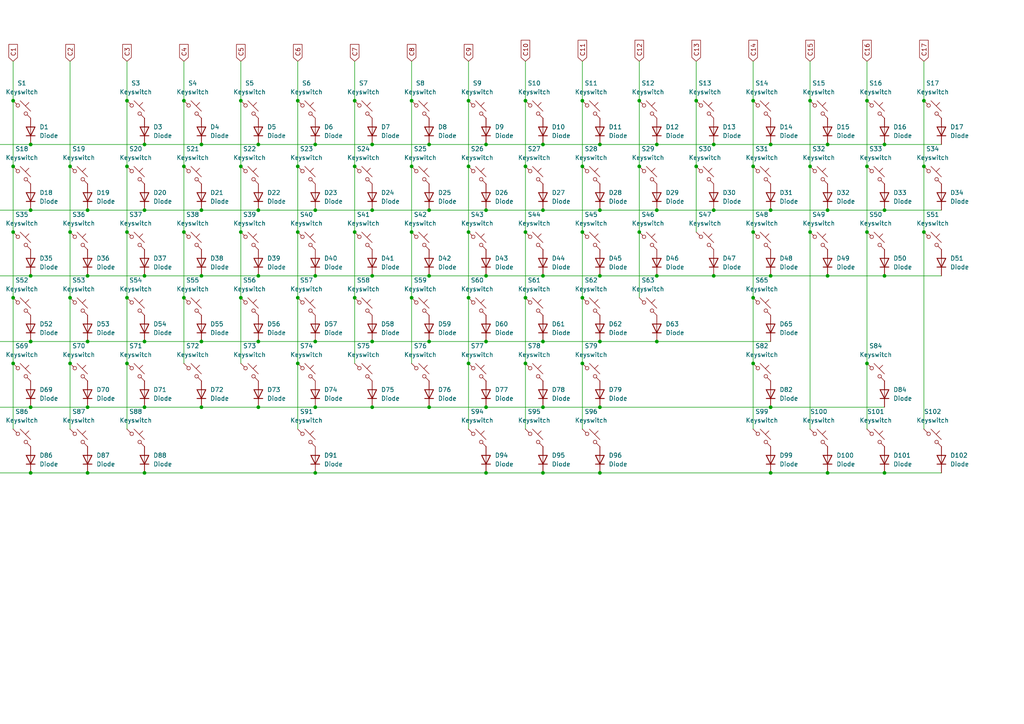
<source format=kicad_sch>
(kicad_sch (version 20250114) (generator "eeschema") (generator_version "9.0")
  (paper "A4")
  (lib_symbols
    (symbol "ScottoKeebs:Placeholder_Diode" (pin_numbers (hide yes)) (pin_names (hide yes))
      (property "Reference" "D" (at 0 2.54 0))
      (property "Value" "Diode" (at 0 -2.54 0))
      (symbol "Placeholder_Diode_1_1"
        (pin passive line (at -3.81 0 0) (length 2.54) (name "K") (number "1"))
        (pin passive line (at 3.81 0 180) (length 2.54) (name "A") (number "2"))
      )
    )
    (symbol "ScottoKeebs:Placeholder_Keyswitch" (pin_numbers (hide yes)) (pin_names (offset 1.016) (hide yes))
      (property "Reference" "S" (at 3.048 1.016 0))
      (property "Value" "Keyswitch" (at 0 -3.81 0))
      (symbol "Placeholder_Keyswitch_0_1"
        (pin passive line (at -2.54 2.54 0) (length 0) (name "1") (number "1"))
        (pin passive line (at 2.54 -2.54 180) (length 0) (name "2") (number "2"))
      )
    )
  )
  (junction (at 25.4 60.96))
  (junction (at 240.03 80.01))
  (junction (at 86.36 105.41))
  (junction (at 256.54 41.91))
  (junction (at 207.01 80.01))
  (junction (at 53.34 48.26))
  (junction (at 140.97 137.16))
  (junction (at 190.5 60.96))
  (junction (at 25.4 99.06))
  (junction (at 157.48 60.96))
  (junction (at 8.89 41.91))
  (junction (at 58.42 118.11))
  (junction (at 124.46 118.11))
  (junction (at 8.89 137.16))
  (junction (at 223.52 80.01))
  (junction (at 140.97 80.01))
  (junction (at 152.4 105.41))
  (junction (at 53.34 67.31))
  (junction (at 3.81 48.26))
  (junction (at 74.93 118.11))
  (junction (at 74.93 60.96))
  (junction (at 41.91 80.01))
  (junction (at 173.99 80.01))
  (junction (at 135.89 86.36))
  (junction (at 157.48 99.06))
  (junction (at 58.42 80.01))
  (junction (at 124.46 41.91))
  (junction (at 8.89 118.11))
  (junction (at 185.42 48.26))
  (junction (at 190.5 41.91))
  (junction (at 251.46 105.41))
  (junction (at 41.91 99.06))
  (junction (at 240.03 137.16))
  (junction (at 223.52 137.16))
  (junction (at 20.32 48.26))
  (junction (at 20.32 86.36))
  (junction (at 140.97 99.06))
  (junction (at 41.91 41.91))
  (junction (at 3.81 67.31))
  (junction (at 102.87 86.36))
  (junction (at 135.89 105.41))
  (junction (at 168.91 48.26))
  (junction (at 20.32 105.41))
  (junction (at 41.91 118.11))
  (junction (at 69.85 86.36))
  (junction (at 267.97 67.31))
  (junction (at 91.44 118.11))
  (junction (at 8.89 99.06))
  (junction (at 102.87 29.21))
  (junction (at 201.93 29.21))
  (junction (at 8.89 60.96))
  (junction (at 251.46 29.21))
  (junction (at 69.85 67.31))
  (junction (at 25.4 118.11))
  (junction (at 256.54 60.96))
  (junction (at 3.81 105.41))
  (junction (at 119.38 29.21))
  (junction (at 74.93 99.06))
  (junction (at 140.97 60.96))
  (junction (at 223.52 41.91))
  (junction (at 168.91 105.41))
  (junction (at 107.95 118.11))
  (junction (at 8.89 80.01))
  (junction (at 173.99 99.06))
  (junction (at 74.93 41.91))
  (junction (at 41.91 137.16))
  (junction (at 152.4 48.26))
  (junction (at 190.5 99.06))
  (junction (at 234.95 67.31))
  (junction (at 173.99 60.96))
  (junction (at 218.44 105.41))
  (junction (at 234.95 48.26))
  (junction (at 74.93 80.01))
  (junction (at 267.97 48.26))
  (junction (at 256.54 80.01))
  (junction (at 173.99 118.11))
  (junction (at 91.44 80.01))
  (junction (at 218.44 29.21))
  (junction (at 107.95 41.91))
  (junction (at 201.93 48.26))
  (junction (at 190.5 80.01))
  (junction (at 207.01 60.96))
  (junction (at 157.48 118.11))
  (junction (at 91.44 137.16))
  (junction (at 36.83 29.21))
  (junction (at 102.87 67.31))
  (junction (at 36.83 86.36))
  (junction (at 58.42 99.06))
  (junction (at 3.81 29.21))
  (junction (at 135.89 29.21))
  (junction (at 168.91 86.36))
  (junction (at 3.81 86.36))
  (junction (at 91.44 60.96))
  (junction (at 152.4 67.31))
  (junction (at 53.34 86.36))
  (junction (at 157.48 41.91))
  (junction (at 140.97 118.11))
  (junction (at 267.97 29.21))
  (junction (at 86.36 29.21))
  (junction (at 41.91 60.96))
  (junction (at 218.44 67.31))
  (junction (at 223.52 118.11))
  (junction (at 240.03 41.91))
  (junction (at 218.44 48.26))
  (junction (at 173.99 41.91))
  (junction (at 173.99 137.16))
  (junction (at 168.91 29.21))
  (junction (at 207.01 41.91))
  (junction (at 124.46 60.96))
  (junction (at 86.36 48.26))
  (junction (at 152.4 86.36))
  (junction (at 25.4 137.16))
  (junction (at 86.36 67.31))
  (junction (at 107.95 60.96))
  (junction (at 140.97 41.91))
  (junction (at 251.46 48.26))
  (junction (at 107.95 99.06))
  (junction (at 86.36 86.36))
  (junction (at 107.95 80.01))
  (junction (at 223.52 60.96))
  (junction (at 91.44 41.91))
  (junction (at 135.89 48.26))
  (junction (at 102.87 48.26))
  (junction (at 69.85 48.26))
  (junction (at 157.48 80.01))
  (junction (at 135.89 67.31))
  (junction (at 91.44 99.06))
  (junction (at 124.46 80.01))
  (junction (at 53.34 29.21))
  (junction (at 251.46 67.31))
  (junction (at 185.42 67.31))
  (junction (at 119.38 67.31))
  (junction (at 119.38 48.26))
  (junction (at 185.42 29.21))
  (junction (at 124.46 99.06))
  (junction (at 234.95 29.21))
  (junction (at 36.83 105.41))
  (junction (at 58.42 60.96))
  (junction (at 256.54 137.16))
  (junction (at 157.48 137.16))
  (junction (at 218.44 86.36))
  (junction (at 36.83 48.26))
  (junction (at 240.03 60.96))
  (junction (at 69.85 29.21))
  (junction (at 152.4 29.21))
  (junction (at 58.42 41.91))
  (junction (at 168.91 67.31))
  (junction (at 119.38 86.36))
  (junction (at 36.83 67.31))
  (junction (at 25.4 80.01))
  (junction (at 20.32 67.31))
  (wire (pts (xy 223.52 80.01) (xy 240.03 80.01)))
  (wire (pts (xy 168.91 17.78) (xy 168.91 29.21)))
  (wire (pts (xy 234.95 17.78) (xy 234.95 29.21)))
  (wire (pts (xy 240.03 41.91) (xy 256.54 41.91)))
  (wire (pts (xy 58.42 80.01) (xy 74.93 80.01)))
  (wire (pts (xy 41.91 41.91) (xy 58.42 41.91)))
  (wire (pts (xy 8.89 41.91) (xy 41.91 41.91)))
  (wire (pts (xy -11.43 99.06) (xy 8.89 99.06)))
  (wire (pts (xy 256.54 60.96) (xy 273.05 60.96)))
  (wire (pts (xy 152.4 67.31) (xy 152.4 86.36)))
  (wire (pts (xy 185.42 48.26) (xy 185.42 67.31)))
  (wire (pts (xy 53.34 17.78) (xy 53.34 29.21)))
  (wire (pts (xy 74.93 118.11) (xy 91.44 118.11)))
  (wire (pts (xy 218.44 17.78) (xy 218.44 29.21)))
  (wire (pts (xy 102.87 17.78) (xy 102.87 29.21)))
  (wire (pts (xy 152.4 105.41) (xy 152.4 124.46)))
  (wire (pts (xy 53.34 48.26) (xy 53.34 67.31)))
  (wire (pts (xy 8.89 99.06) (xy 25.4 99.06)))
  (wire (pts (xy 91.44 80.01) (xy 107.95 80.01)))
  (wire (pts (xy 173.99 80.01) (xy 190.5 80.01)))
  (wire (pts (xy 251.46 105.41) (xy 251.46 124.46)))
  (wire (pts (xy 91.44 99.06) (xy 107.95 99.06)))
  (wire (pts (xy 74.93 99.06) (xy 91.44 99.06)))
  (wire (pts (xy 256.54 80.01) (xy 273.05 80.01)))
  (wire (pts (xy 3.81 67.31) (xy 3.81 86.36)))
  (wire (pts (xy 69.85 29.21) (xy 69.85 48.26)))
  (wire (pts (xy 36.83 29.21) (xy 36.83 48.26)))
  (wire (pts (xy 218.44 105.41) (xy 218.44 124.46)))
  (wire (pts (xy 152.4 48.26) (xy 152.4 67.31)))
  (wire (pts (xy 223.52 118.11) (xy 256.54 118.11)))
  (wire (pts (xy -11.43 118.11) (xy 8.89 118.11)))
  (wire (pts (xy 91.44 118.11) (xy 107.95 118.11)))
  (wire (pts (xy 157.48 80.01) (xy 173.99 80.01)))
  (wire (pts (xy 58.42 99.06) (xy 74.93 99.06)))
  (wire (pts (xy 20.32 67.31) (xy 20.32 86.36)))
  (wire (pts (xy 69.85 17.78) (xy 69.85 29.21)))
  (wire (pts (xy 218.44 29.21) (xy 218.44 48.26)))
  (wire (pts (xy 102.87 86.36) (xy 102.87 105.41)))
  (wire (pts (xy 223.52 41.91) (xy 240.03 41.91)))
  (wire (pts (xy 240.03 80.01) (xy 256.54 80.01)))
  (wire (pts (xy 74.93 60.96) (xy 91.44 60.96)))
  (wire (pts (xy 124.46 60.96) (xy 140.97 60.96)))
  (wire (pts (xy 3.81 17.78) (xy 3.81 29.21)))
  (wire (pts (xy 86.36 48.26) (xy 86.36 67.31)))
  (wire (pts (xy 240.03 60.96) (xy 256.54 60.96)))
  (wire (pts (xy 69.85 48.26) (xy 69.85 67.31)))
  (wire (pts (xy 124.46 118.11) (xy 140.97 118.11)))
  (wire (pts (xy 8.89 137.16) (xy 25.4 137.16)))
  (wire (pts (xy 25.4 99.06) (xy 41.91 99.06)))
  (wire (pts (xy 152.4 86.36) (xy 152.4 105.41)))
  (wire (pts (xy -11.43 137.16) (xy 8.89 137.16)))
  (wire (pts (xy 69.85 67.31) (xy 69.85 86.36)))
  (wire (pts (xy 173.99 99.06) (xy 190.5 99.06)))
  (wire (pts (xy 234.95 67.31) (xy 234.95 124.46)))
  (wire (pts (xy 173.99 60.96) (xy 190.5 60.96)))
  (wire (pts (xy 107.95 60.96) (xy 124.46 60.96)))
  (wire (pts (xy 41.91 99.06) (xy 58.42 99.06)))
  (wire (pts (xy 8.89 60.96) (xy 25.4 60.96)))
  (wire (pts (xy 91.44 41.91) (xy 107.95 41.91)))
  (wire (pts (xy 25.4 137.16) (xy 41.91 137.16)))
  (wire (pts (xy 124.46 41.91) (xy 140.97 41.91)))
  (wire (pts (xy 102.87 67.31) (xy 102.87 86.36)))
  (wire (pts (xy 124.46 99.06) (xy 140.97 99.06)))
  (wire (pts (xy 185.42 17.78) (xy 185.42 29.21)))
  (wire (pts (xy 185.42 29.21) (xy 185.42 48.26)))
  (wire (pts (xy 140.97 118.11) (xy 157.48 118.11)))
  (wire (pts (xy 218.44 67.31) (xy 218.44 86.36)))
  (wire (pts (xy 53.34 86.36) (xy 53.34 105.41)))
  (wire (pts (xy 135.89 29.21) (xy 135.89 48.26)))
  (wire (pts (xy 3.81 105.41) (xy 3.81 124.46)))
  (wire (pts (xy 157.48 137.16) (xy 173.99 137.16)))
  (wire (pts (xy 3.81 86.36) (xy 3.81 105.41)))
  (wire (pts (xy 218.44 48.26) (xy 218.44 67.31)))
  (wire (pts (xy 124.46 80.01) (xy 140.97 80.01)))
  (wire (pts (xy 251.46 67.31) (xy 251.46 105.41)))
  (wire (pts (xy 3.81 29.21) (xy 3.81 48.26)))
  (wire (pts (xy 251.46 29.21) (xy 251.46 48.26)))
  (wire (pts (xy 53.34 29.21) (xy 53.34 48.26)))
  (wire (pts (xy 168.91 48.26) (xy 168.91 67.31)))
  (wire (pts (xy 107.95 118.11) (xy 124.46 118.11)))
  (wire (pts (xy 41.91 118.11) (xy 58.42 118.11)))
  (wire (pts (xy 36.83 48.26) (xy 36.83 67.31)))
  (wire (pts (xy 20.32 17.78) (xy 20.32 48.26)))
  (wire (pts (xy 58.42 118.11) (xy 74.93 118.11)))
  (wire (pts (xy 69.85 86.36) (xy 69.85 105.41)))
  (wire (pts (xy 267.97 67.31) (xy 267.97 124.46)))
  (wire (pts (xy 240.03 137.16) (xy 256.54 137.16)))
  (wire (pts (xy 119.38 67.31) (xy 119.38 86.36)))
  (wire (pts (xy 36.83 67.31) (xy 36.83 86.36)))
  (wire (pts (xy 25.4 118.11) (xy 41.91 118.11)))
  (wire (pts (xy 168.91 86.36) (xy 168.91 105.41)))
  (wire (pts (xy 168.91 105.41) (xy 168.91 124.46)))
  (wire (pts (xy 74.93 41.91) (xy 91.44 41.91)))
  (wire (pts (xy 152.4 17.78) (xy 152.4 29.21)))
  (wire (pts (xy 173.99 118.11) (xy 223.52 118.11)))
  (wire (pts (xy 256.54 41.91) (xy 273.05 41.91)))
  (wire (pts (xy 91.44 137.16) (xy 140.97 137.16)))
  (wire (pts (xy 267.97 17.78) (xy 267.97 29.21)))
  (wire (pts (xy 157.48 60.96) (xy 173.99 60.96)))
  (wire (pts (xy 207.01 80.01) (xy 223.52 80.01)))
  (wire (pts (xy 157.48 118.11) (xy 173.99 118.11)))
  (wire (pts (xy 140.97 80.01) (xy 157.48 80.01)))
  (wire (pts (xy 201.93 17.78) (xy 201.93 29.21)))
  (wire (pts (xy 140.97 99.06) (xy 157.48 99.06)))
  (wire (pts (xy 58.42 41.91) (xy 74.93 41.91)))
  (wire (pts (xy 58.42 60.96) (xy 74.93 60.96)))
  (wire (pts (xy 185.42 67.31) (xy 185.42 86.36)))
  (wire (pts (xy 201.93 29.21) (xy 201.93 48.26)))
  (wire (pts (xy 119.38 86.36) (xy 119.38 105.41)))
  (wire (pts (xy 135.89 67.31) (xy 135.89 86.36)))
  (wire (pts (xy 86.36 29.21) (xy 86.36 48.26)))
  (wire (pts (xy 267.97 29.21) (xy 267.97 48.26)))
  (wire (pts (xy 201.93 48.26) (xy 201.93 67.31)))
  (wire (pts (xy 20.32 105.41) (xy 20.32 124.46)))
  (wire (pts (xy 190.5 41.91) (xy 207.01 41.91)))
  (wire (pts (xy 25.4 80.01) (xy 41.91 80.01)))
  (wire (pts (xy 119.38 29.21) (xy 119.38 48.26)))
  (wire (pts (xy 107.95 80.01) (xy 124.46 80.01)))
  (wire (pts (xy 218.44 86.36) (xy 218.44 105.41)))
  (wire (pts (xy 74.93 80.01) (xy 91.44 80.01)))
  (wire (pts (xy 20.32 48.26) (xy 20.32 67.31)))
  (wire (pts (xy -11.43 60.96) (xy 8.89 60.96)))
  (wire (pts (xy 207.01 60.96) (xy 223.52 60.96)))
  (wire (pts (xy 53.34 67.31) (xy 53.34 86.36)))
  (wire (pts (xy 223.52 60.96) (xy 240.03 60.96)))
  (wire (pts (xy 190.5 60.96) (xy 207.01 60.96)))
  (wire (pts (xy 173.99 137.16) (xy 223.52 137.16)))
  (wire (pts (xy 41.91 137.16) (xy 91.44 137.16)))
  (wire (pts (xy 36.83 105.41) (xy 36.83 124.46)))
  (wire (pts (xy 102.87 48.26) (xy 102.87 67.31)))
  (wire (pts (xy 168.91 29.21) (xy 168.91 48.26)))
  (wire (pts (xy 20.32 86.36) (xy 20.32 105.41)))
  (wire (pts (xy 86.36 67.31) (xy 86.36 86.36)))
  (wire (pts (xy 256.54 137.16) (xy 273.05 137.16)))
  (wire (pts (xy 234.95 29.21) (xy 234.95 48.26)))
  (wire (pts (xy 36.83 17.78) (xy 36.83 29.21)))
  (wire (pts (xy 267.97 48.26) (xy 267.97 67.31)))
  (wire (pts (xy -11.43 41.91) (xy 8.89 41.91)))
  (wire (pts (xy 25.4 60.96) (xy 41.91 60.96)))
  (wire (pts (xy 140.97 41.91) (xy 157.48 41.91)))
  (wire (pts (xy 102.87 29.21) (xy 102.87 48.26)))
  (wire (pts (xy -11.43 80.01) (xy 8.89 80.01)))
  (wire (pts (xy 86.36 86.36) (xy 86.36 105.41)))
  (wire (pts (xy 140.97 60.96) (xy 157.48 60.96)))
  (wire (pts (xy 223.52 137.16) (xy 240.03 137.16)))
  (wire (pts (xy 234.95 48.26) (xy 234.95 67.31)))
  (wire (pts (xy 119.38 48.26) (xy 119.38 67.31)))
  (wire (pts (xy 152.4 29.21) (xy 152.4 48.26)))
  (wire (pts (xy 190.5 99.06) (xy 223.52 99.06)))
  (wire (pts (xy 36.83 86.36) (xy 36.83 105.41)))
  (wire (pts (xy 8.89 80.01) (xy 25.4 80.01)))
  (wire (pts (xy 157.48 99.06) (xy 173.99 99.06)))
  (wire (pts (xy 41.91 60.96) (xy 58.42 60.96)))
  (wire (pts (xy 135.89 17.78) (xy 135.89 29.21)))
  (wire (pts (xy 107.95 41.91) (xy 124.46 41.91)))
  (wire (pts (xy 119.38 17.78) (xy 119.38 29.21)))
  (wire (pts (xy 207.01 41.91) (xy 223.52 41.91)))
  (wire (pts (xy 173.99 41.91) (xy 190.5 41.91)))
  (wire (pts (xy 168.91 67.31) (xy 168.91 86.36)))
  (wire (pts (xy 107.95 99.06) (xy 124.46 99.06)))
  (wire (pts (xy 91.44 60.96) (xy 107.95 60.96)))
  (wire (pts (xy 135.89 48.26) (xy 135.89 67.31)))
  (wire (pts (xy 140.97 137.16) (xy 157.48 137.16)))
  (wire (pts (xy 190.5 80.01) (xy 207.01 80.01)))
  (wire (pts (xy 251.46 17.78) (xy 251.46 29.21)))
  (wire (pts (xy 251.46 48.26) (xy 251.46 67.31)))
  (wire (pts (xy 86.36 17.78) (xy 86.36 29.21)))
  (wire (pts (xy 3.81 48.26) (xy 3.81 67.31)))
  (wire (pts (xy 41.91 80.01) (xy 58.42 80.01)))
  (wire (pts (xy 8.89 118.11) (xy 25.4 118.11)))
  (wire (pts (xy 157.48 41.91) (xy 173.99 41.91)))
  (wire (pts (xy 135.89 86.36) (xy 135.89 105.41)))
  (wire (pts (xy 135.89 105.41) (xy 135.89 124.46)))
  (wire (pts (xy 86.36 105.41) (xy 86.36 124.46)))
  (global_label "C6" (shape input) (at 86.36 17.78 90) (property "Intersheetrefs" "${INTERSHEET_REFS}" (effects (hide yes))))
  (global_label "C14" (shape input) (at 218.44 17.78 90) (property "Intersheetrefs" "${INTERSHEET_REFS}" (effects (hide yes))))
  (global_label "C7" (shape input) (at 102.87 17.78 90) (property "Intersheetrefs" "${INTERSHEET_REFS}" (effects (hide yes))))
  (global_label "R5" (shape input) (at -11.43 118.11 180) (property "Intersheetrefs" "${INTERSHEET_REFS}" (effects (hide yes))))
  (global_label "C17" (shape input) (at 267.97 17.78 90) (property "Intersheetrefs" "${INTERSHEET_REFS}" (effects (hide yes))))
  (global_label "C12" (shape input) (at 185.42 17.78 90) (property "Intersheetrefs" "${INTERSHEET_REFS}" (effects (hide yes))))
  (global_label "C5" (shape input) (at 69.85 17.78 90) (property "Intersheetrefs" "${INTERSHEET_REFS}" (effects (hide yes))))
  (global_label "R1" (shape input) (at -11.43 41.91 180) (property "Intersheetrefs" "${INTERSHEET_REFS}" (effects (hide yes))))
  (global_label "C15" (shape input) (at 234.95 17.78 90) (property "Intersheetrefs" "${INTERSHEET_REFS}" (effects (hide yes))))
  (global_label "C11" (shape input) (at 168.91 17.78 90) (property "Intersheetrefs" "${INTERSHEET_REFS}" (effects (hide yes))))
  (global_label "C8" (shape input) (at 119.38 17.78 90) (property "Intersheetrefs" "${INTERSHEET_REFS}" (effects (hide yes))))
  (global_label "R3" (shape input) (at -11.43 80.01 180) (property "Intersheetrefs" "${INTERSHEET_REFS}" (effects (hide yes))))
  (global_label "R4" (shape input) (at -11.43 99.06 180) (property "Intersheetrefs" "${INTERSHEET_REFS}" (effects (hide yes))))
  (global_label "C9" (shape input) (at 135.89 17.78 90) (property "Intersheetrefs" "${INTERSHEET_REFS}" (effects (hide yes))))
  (global_label "C16" (shape input) (at 251.46 17.78 90) (property "Intersheetrefs" "${INTERSHEET_REFS}" (effects (hide yes))))
  (global_label "C3" (shape input) (at 36.83 17.78 90) (property "Intersheetrefs" "${INTERSHEET_REFS}" (effects (hide yes))))
  (global_label "C10" (shape input) (at 152.4 17.78 90) (property "Intersheetrefs" "${INTERSHEET_REFS}" (effects (hide yes))))
  (global_label "C2" (shape input) (at 20.32 17.78 90) (property "Intersheetrefs" "${INTERSHEET_REFS}" (effects (hide yes))))
  (global_label "R2" (shape input) (at -11.43 60.96 180) (property "Intersheetrefs" "${INTERSHEET_REFS}" (effects (hide yes))))
  (global_label "C13" (shape input) (at 201.93 17.78 90) (property "Intersheetrefs" "${INTERSHEET_REFS}" (effects (hide yes))))
  (global_label "C4" (shape input) (at 53.34 17.78 90) (property "Intersheetrefs" "${INTERSHEET_REFS}" (effects (hide yes))))
  (global_label "C1" (shape input) (at 3.81 17.78 90) (property "Intersheetrefs" "${INTERSHEET_REFS}" (effects (hide yes))))
  (global_label "R6" (shape input) (at -11.43 137.16 180) (property "Intersheetrefs" "${INTERSHEET_REFS}" (effects (hide yes))))
  (symbol (lib_id "ScottoKeebs:Placeholder_Keyswitch") (at 187.96 50.8 0) (unit 1)
    (property "Reference" "S29" (at 187.96 43.18 0))
    (property "Value" "Keyswitch" (at 187.96 45.72 0))
    (property "Footprint" "ScottoKeebs_MX:MX_PCB_1.00u" (effects (hide yes)))
    (property "Description" "Push button switch, normally open, two pins, 45° tilted" (effects (hide yes)))
  )
  (symbol (lib_id "ScottoKeebs:Placeholder_Diode") (at 223.52 57.15 90) (unit 1)
    (property "Reference" "D31" (at 226.06 55.8799 90) (effects (justify right)))
    (property "Value" "Diode" (at 226.06 58.4199 90) (effects (justify right)))
    (property "Footprint" "ScottoKeebs_Components:Diode_SOD-123" (effects (hide yes)))
    (property "Description" "1N4148 (DO-35) or 1N4148W (SOD-123)" (effects (hide yes)))
    (property "Sim.Device" "D" (effects (hide yes)))
    (property "Sim.Pins" "1=K 2=A" (effects (hide yes)))
  )
  (symbol (lib_id "ScottoKeebs:Placeholder_Diode") (at 58.42 114.3 90) (unit 1)
    (property "Reference" "D72" (at 60.96 113.0299 90) (effects (justify right)))
    (property "Value" "Diode" (at 60.96 115.5699 90) (effects (justify right)))
    (property "Footprint" "ScottoKeebs_Components:Diode_SOD-123" (effects (hide yes)))
    (property "Description" "1N4148 (DO-35) or 1N4148W (SOD-123)" (effects (hide yes)))
    (property "Sim.Device" "D" (effects (hide yes)))
    (property "Sim.Pins" "1=K 2=A" (effects (hide yes)))
  )
  (symbol (lib_id "ScottoKeebs:Placeholder_Keyswitch") (at 22.86 69.85 0) (unit 1)
    (property "Reference" "S36" (at 22.86 62.23 0))
    (property "Value" "Keyswitch" (at 22.86 64.77 0))
    (property "Footprint" "ScottoKeebs_MX:MX_PCB_1.00u" (effects (hide yes)))
    (property "Description" "Push button switch, normally open, two pins, 45° tilted" (effects (hide yes)))
  )
  (symbol (lib_id "ScottoKeebs:Placeholder_Keyswitch") (at 6.35 50.8 0) (unit 1)
    (property "Reference" "S18" (at 6.35 43.18 0))
    (property "Value" "Keyswitch" (at 6.35 45.72 0))
    (property "Footprint" "ScottoKeebs_MX:MX_PCB_1.00u" (effects (hide yes)))
    (property "Description" "Push button switch, normally open, two pins, 45° tilted" (effects (hide yes)))
  )
  (symbol (lib_id "ScottoKeebs:Placeholder_Keyswitch") (at 55.88 50.8 0) (unit 1)
    (property "Reference" "S21" (at 55.88 43.18 0))
    (property "Value" "Keyswitch" (at 55.88 45.72 0))
    (property "Footprint" "ScottoKeebs_MX:MX_PCB_1.00u" (effects (hide yes)))
    (property "Description" "Push button switch, normally open, two pins, 45° tilted" (effects (hide yes)))
  )
  (symbol (lib_id "ScottoKeebs:Placeholder_Keyswitch") (at 171.45 127 0) (unit 1)
    (property "Reference" "S96" (at 171.45 119.38 0))
    (property "Value" "Keyswitch" (at 171.45 121.92 0))
    (property "Footprint" "ScottoKeebs_MX:MX_PCB_1.25u" (effects (hide yes)))
    (property "Description" "Push button switch, normally open, two pins, 45° tilted" (effects (hide yes)))
  )
  (symbol (lib_id "ScottoKeebs:Placeholder_Keyswitch") (at 39.37 50.8 0) (unit 1)
    (property "Reference" "S20" (at 39.37 43.18 0))
    (property "Value" "Keyswitch" (at 39.37 45.72 0))
    (property "Footprint" "ScottoKeebs_MX:MX_PCB_1.00u" (effects (hide yes)))
    (property "Description" "Push button switch, normally open, two pins, 45° tilted" (effects (hide yes)))
  )
  (symbol (lib_id "ScottoKeebs:Placeholder_Keyswitch") (at 154.94 31.75 0) (unit 1)
    (property "Reference" "S10" (at 154.94 24.13 0))
    (property "Value" "Keyswitch" (at 154.94 26.67 0))
    (property "Footprint" "ScottoKeebs_MX:MX_PCB_1.00u" (effects (hide yes)))
    (property "Description" "Push button switch, normally open, two pins, 45° tilted" (effects (hide yes)))
  )
  (symbol (lib_id "ScottoKeebs:Placeholder_Keyswitch") (at 204.47 69.85 0) (unit 1)
    (property "Reference" "S47" (at 204.47 62.23 0))
    (property "Value" "Keyswitch" (at 204.47 64.77 0))
    (property "Footprint" "ScottoKeebs_MX:MX_PCB_1.00u" (effects (hide yes)))
    (property "Description" "Push button switch, normally open, two pins, 45° tilted" (effects (hide yes)))
  )
  (symbol (lib_id "ScottoKeebs:Placeholder_Diode") (at 173.99 95.25 90) (unit 1)
    (property "Reference" "D62" (at 176.53 93.9799 90) (effects (justify right)))
    (property "Value" "Diode" (at 176.53 96.5199 90) (effects (justify right)))
    (property "Footprint" "ScottoKeebs_Components:Diode_SOD-123" (effects (hide yes)))
    (property "Description" "1N4148 (DO-35) or 1N4148W (SOD-123)" (effects (hide yes)))
    (property "Sim.Device" "D" (effects (hide yes)))
    (property "Sim.Pins" "1=K 2=A" (effects (hide yes)))
  )
  (symbol (lib_id "ScottoKeebs:Placeholder_Keyswitch") (at 138.43 50.8 0) (unit 1)
    (property "Reference" "S26" (at 138.43 43.18 0))
    (property "Value" "Keyswitch" (at 138.43 45.72 0))
    (property "Footprint" "ScottoKeebs_MX:MX_PCB_1.00u" (effects (hide yes)))
    (property "Description" "Push button switch, normally open, two pins, 45° tilted" (effects (hide yes)))
  )
  (symbol (lib_id "ScottoKeebs:Placeholder_Diode") (at 190.5 38.1 90) (unit 1)
    (property "Reference" "D12" (at 193.04 36.8299 90) (effects (justify right)))
    (property "Value" "Diode" (at 193.04 39.3699 90) (effects (justify right)))
    (property "Footprint" "ScottoKeebs_Components:Diode_SOD-123" (effects (hide yes)))
    (property "Description" "1N4148 (DO-35) or 1N4148W (SOD-123)" (effects (hide yes)))
    (property "Sim.Device" "D" (effects (hide yes)))
    (property "Sim.Pins" "1=K 2=A" (effects (hide yes)))
  )
  (symbol (lib_id "ScottoKeebs:Placeholder_Keyswitch") (at 88.9 31.75 0) (unit 1)
    (property "Reference" "S6" (at 88.9 24.13 0))
    (property "Value" "Keyswitch" (at 88.9 26.67 0))
    (property "Footprint" "ScottoKeebs_MX:MX_PCB_1.00u" (effects (hide yes)))
    (property "Description" "Push button switch, normally open, two pins, 45° tilted" (effects (hide yes)))
  )
  (symbol (lib_id "ScottoKeebs:Placeholder_Diode") (at 41.91 76.2 90) (unit 1)
    (property "Reference" "D37" (at 44.45 74.9299 90) (effects (justify right)))
    (property "Value" "Diode" (at 44.45 77.4699 90) (effects (justify right)))
    (property "Footprint" "ScottoKeebs_Components:Diode_SOD-123" (effects (hide yes)))
    (property "Description" "1N4148 (DO-35) or 1N4148W (SOD-123)" (effects (hide yes)))
    (property "Sim.Device" "D" (effects (hide yes)))
    (property "Sim.Pins" "1=K 2=A" (effects (hide yes)))
  )
  (symbol (lib_id "ScottoKeebs:Placeholder_Diode") (at 240.03 76.2 90) (unit 1)
    (property "Reference" "D49" (at 242.57 74.9299 90) (effects (justify right)))
    (property "Value" "Diode" (at 242.57 77.4699 90) (effects (justify right)))
    (property "Footprint" "ScottoKeebs_Components:Diode_SOD-123" (effects (hide yes)))
    (property "Description" "1N4148 (DO-35) or 1N4148W (SOD-123)" (effects (hide yes)))
    (property "Sim.Device" "D" (effects (hide yes)))
    (property "Sim.Pins" "1=K 2=A" (effects (hide yes)))
  )
  (symbol (lib_id "ScottoKeebs:Placeholder_Diode") (at 107.95 114.3 90) (unit 1)
    (property "Reference" "D75" (at 110.49 113.0299 90) (effects (justify right)))
    (property "Value" "Diode" (at 110.49 115.5699 90) (effects (justify right)))
    (property "Footprint" "ScottoKeebs_Components:Diode_SOD-123" (effects (hide yes)))
    (property "Description" "1N4148 (DO-35) or 1N4148W (SOD-123)" (effects (hide yes)))
    (property "Sim.Device" "D" (effects (hide yes)))
    (property "Sim.Pins" "1=K 2=A" (effects (hide yes)))
  )
  (symbol (lib_id "ScottoKeebs:Placeholder_Diode") (at 8.89 76.2 90) (unit 1)
    (property "Reference" "D35" (at 11.43 74.9299 90) (effects (justify right)))
    (property "Value" "Diode" (at 11.43 77.4699 90) (effects (justify right)))
    (property "Footprint" "ScottoKeebs_Components:Diode_SOD-123" (effects (hide yes)))
    (property "Description" "1N4148 (DO-35) or 1N4148W (SOD-123)" (effects (hide yes)))
    (property "Sim.Device" "D" (effects (hide yes)))
    (property "Sim.Pins" "1=K 2=A" (effects (hide yes)))
  )
  (symbol (lib_id "ScottoKeebs:Placeholder_Keyswitch") (at 22.86 107.95 0) (unit 1)
    (property "Reference" "S70" (at 22.86 100.33 0))
    (property "Value" "Keyswitch" (at 22.86 102.87 0))
    (property "Footprint" "ScottoKeebs_MX:MX_PCB_1.00u" (effects (hide yes)))
    (property "Description" "Push button switch, normally open, two pins, 45° tilted" (effects (hide yes)))
  )
  (symbol (lib_id "ScottoKeebs:Placeholder_Keyswitch") (at 270.51 69.85 0) (unit 1)
    (property "Reference" "S51" (at 270.51 62.23 0))
    (property "Value" "Keyswitch" (at 270.51 64.77 0))
    (property "Footprint" "ScottoKeebs_MX:MX_PCB_1.00u" (effects (hide yes)))
    (property "Description" "Push button switch, normally open, two pins, 45° tilted" (effects (hide yes)))
  )
  (symbol (lib_id "ScottoKeebs:Placeholder_Diode") (at 223.52 114.3 90) (unit 1)
    (property "Reference" "D82" (at 226.06 113.0299 90) (effects (justify right)))
    (property "Value" "Diode" (at 226.06 115.5699 90) (effects (justify right)))
    (property "Footprint" "ScottoKeebs_Components:Diode_SOD-123" (effects (hide yes)))
    (property "Description" "1N4148 (DO-35) or 1N4148W (SOD-123)" (effects (hide yes)))
    (property "Sim.Device" "D" (effects (hide yes)))
    (property "Sim.Pins" "1=K 2=A" (effects (hide yes)))
  )
  (symbol (lib_id "ScottoKeebs:Placeholder_Keyswitch") (at 121.92 88.9 0) (unit 1)
    (property "Reference" "S59" (at 121.92 81.28 0))
    (property "Value" "Keyswitch" (at 121.92 83.82 0))
    (property "Footprint" "ScottoKeebs_MX:MX_PCB_1.00u" (effects (hide yes)))
    (property "Description" "Push button switch, normally open, two pins, 45° tilted" (effects (hide yes)))
  )
  (symbol (lib_id "ScottoKeebs:Placeholder_Diode") (at 74.93 38.1 90) (unit 1)
    (property "Reference" "D5" (at 77.47 36.8299 90) (effects (justify right)))
    (property "Value" "Diode" (at 77.47 39.3699 90) (effects (justify right)))
    (property "Footprint" "ScottoKeebs_Components:Diode_SOD-123" (effects (hide yes)))
    (property "Description" "1N4148 (DO-35) or 1N4148W (SOD-123)" (effects (hide yes)))
    (property "Sim.Device" "D" (effects (hide yes)))
    (property "Sim.Pins" "1=K 2=A" (effects (hide yes)))
  )
  (symbol (lib_id "ScottoKeebs:Placeholder_Keyswitch") (at 138.43 69.85 0) (unit 1)
    (property "Reference" "S43" (at 138.43 62.23 0))
    (property "Value" "Keyswitch" (at 138.43 64.77 0))
    (property "Footprint" "ScottoKeebs_MX:MX_PCB_1.00u" (effects (hide yes)))
    (property "Description" "Push button switch, normally open, two pins, 45° tilted" (effects (hide yes)))
  )
  (symbol (lib_id "ScottoKeebs:Placeholder_Keyswitch") (at 171.45 31.75 0) (unit 1)
    (property "Reference" "S11" (at 171.45 24.13 0))
    (property "Value" "Keyswitch" (at 171.45 26.67 0))
    (property "Footprint" "ScottoKeebs_MX:MX_PCB_1.00u" (effects (hide yes)))
    (property "Description" "Push button switch, normally open, two pins, 45° tilted" (effects (hide yes)))
  )
  (symbol (lib_id "ScottoKeebs:Placeholder_Keyswitch") (at 254 69.85 0) (unit 1)
    (property "Reference" "S50" (at 254 62.23 0))
    (property "Value" "Keyswitch" (at 254 64.77 0))
    (property "Footprint" "ScottoKeebs_MX:MX_PCB_1.00u" (effects (hide yes)))
    (property "Description" "Push button switch, normally open, two pins, 45° tilted" (effects (hide yes)))
  )
  (symbol (lib_id "ScottoKeebs:Placeholder_Diode") (at 124.46 95.25 90) (unit 1)
    (property "Reference" "D59" (at 127 93.9799 90) (effects (justify right)))
    (property "Value" "Diode" (at 127 96.5199 90) (effects (justify right)))
    (property "Footprint" "ScottoKeebs_Components:Diode_SOD-123" (effects (hide yes)))
    (property "Description" "1N4148 (DO-35) or 1N4148W (SOD-123)" (effects (hide yes)))
    (property "Sim.Device" "D" (effects (hide yes)))
    (property "Sim.Pins" "1=K 2=A" (effects (hide yes)))
  )
  (symbol (lib_id "ScottoKeebs:Placeholder_Diode") (at 157.48 38.1 90) (unit 1)
    (property "Reference" "D10" (at 160.02 36.8299 90) (effects (justify right)))
    (property "Value" "Diode" (at 160.02 39.3699 90) (effects (justify right)))
    (property "Footprint" "ScottoKeebs_Components:Diode_SOD-123" (effects (hide yes)))
    (property "Description" "1N4148 (DO-35) or 1N4148W (SOD-123)" (effects (hide yes)))
    (property "Sim.Device" "D" (effects (hide yes)))
    (property "Sim.Pins" "1=K 2=A" (effects (hide yes)))
  )
  (symbol (lib_id "ScottoKeebs:Placeholder_Keyswitch") (at 220.98 88.9 0) (unit 1)
    (property "Reference" "S65" (at 220.98 81.28 0))
    (property "Value" "Keyswitch" (at 220.98 83.82 0))
    (property "Footprint" "ScottoKeebs_MX:MX_PCB_2.25u" (effects (hide yes)))
    (property "Description" "Push button switch, normally open, two pins, 45° tilted" (effects (hide yes)))
  )
  (symbol (lib_id "ScottoKeebs:Placeholder_Keyswitch") (at 39.37 31.75 0) (unit 1)
    (property "Reference" "S3" (at 39.37 24.13 0))
    (property "Value" "Keyswitch" (at 39.37 26.67 0))
    (property "Footprint" "ScottoKeebs_MX:MX_PCB_1.00u" (effects (hide yes)))
    (property "Description" "Push button switch, normally open, two pins, 45° tilted" (effects (hide yes)))
  )
  (symbol (lib_id "ScottoKeebs:Placeholder_Keyswitch") (at 220.98 31.75 0) (unit 1)
    (property "Reference" "S14" (at 220.98 24.13 0))
    (property "Value" "Keyswitch" (at 220.98 26.67 0))
    (property "Footprint" "ScottoKeebs_MX:MX_PCB_1.00u" (effects (hide yes)))
    (property "Description" "Push button switch, normally open, two pins, 45° tilted" (effects (hide yes)))
  )
  (symbol (lib_id "ScottoKeebs:Placeholder_Diode") (at 240.03 133.35 90) (unit 1)
    (property "Reference" "D100" (at 242.57 132.0799 90) (effects (justify right)))
    (property "Value" "Diode" (at 242.57 134.6199 90) (effects (justify right)))
    (property "Footprint" "ScottoKeebs_Components:Diode_SOD-123" (effects (hide yes)))
    (property "Description" "1N4148 (DO-35) or 1N4148W (SOD-123)" (effects (hide yes)))
    (property "Sim.Device" "D" (effects (hide yes)))
    (property "Sim.Pins" "1=K 2=A" (effects (hide yes)))
  )
  (symbol (lib_id "ScottoKeebs:Placeholder_Keyswitch") (at 154.94 50.8 0) (unit 1)
    (property "Reference" "S27" (at 154.94 43.18 0))
    (property "Value" "Keyswitch" (at 154.94 45.72 0))
    (property "Footprint" "ScottoKeebs_MX:MX_PCB_1.00u" (effects (hide yes)))
    (property "Description" "Push button switch, normally open, two pins, 45° tilted" (effects (hide yes)))
  )
  (symbol (lib_id "ScottoKeebs:Placeholder_Diode") (at 140.97 114.3 90) (unit 1)
    (property "Reference" "D77" (at 143.51 113.0299 90) (effects (justify right)))
    (property "Value" "Diode" (at 143.51 115.5699 90) (effects (justify right)))
    (property "Footprint" "ScottoKeebs_Components:Diode_SOD-123" (effects (hide yes)))
    (property "Description" "1N4148 (DO-35) or 1N4148W (SOD-123)" (effects (hide yes)))
    (property "Sim.Device" "D" (effects (hide yes)))
    (property "Sim.Pins" "1=K 2=A" (effects (hide yes)))
  )
  (symbol (lib_id "ScottoKeebs:Placeholder_Diode") (at 223.52 133.35 90) (unit 1)
    (property "Reference" "D99" (at 226.06 132.0799 90) (effects (justify right)))
    (property "Value" "Diode" (at 226.06 134.6199 90) (effects (justify right)))
    (property "Footprint" "ScottoKeebs_Components:Diode_SOD-123" (effects (hide yes)))
    (property "Description" "1N4148 (DO-35) or 1N4148W (SOD-123)" (effects (hide yes)))
    (property "Sim.Device" "D" (effects (hide yes)))
    (property "Sim.Pins" "1=K 2=A" (effects (hide yes)))
  )
  (symbol (lib_id "ScottoKeebs:Placeholder_Keyswitch") (at 121.92 69.85 0) (unit 1)
    (property "Reference" "S42" (at 121.92 62.23 0))
    (property "Value" "Keyswitch" (at 121.92 64.77 0))
    (property "Footprint" "ScottoKeebs_MX:MX_PCB_1.00u" (effects (hide yes)))
    (property "Description" "Push button switch, normally open, two pins, 45° tilted" (effects (hide yes)))
  )
  (symbol (lib_id "ScottoKeebs:Placeholder_Diode") (at 91.44 38.1 90) (unit 1)
    (property "Reference" "D6" (at 93.98 36.8299 90) (effects (justify right)))
    (property "Value" "Diode" (at 93.98 39.3699 90) (effects (justify right)))
    (property "Footprint" "ScottoKeebs_Components:Diode_SOD-123" (effects (hide yes)))
    (property "Description" "1N4148 (DO-35) or 1N4148W (SOD-123)" (effects (hide yes)))
    (property "Sim.Device" "D" (effects (hide yes)))
    (property "Sim.Pins" "1=K 2=A" (effects (hide yes)))
  )
  (symbol (lib_id "ScottoKeebs:Placeholder_Diode") (at 25.4 133.35 90) (unit 1)
    (property "Reference" "D87" (at 27.94 132.0799 90) (effects (justify right)))
    (property "Value" "Diode" (at 27.94 134.6199 90) (effects (justify right)))
    (property "Footprint" "ScottoKeebs_Components:Diode_SOD-123" (effects (hide yes)))
    (property "Description" "1N4148 (DO-35) or 1N4148W (SOD-123)" (effects (hide yes)))
    (property "Sim.Device" "D" (effects (hide yes)))
    (property "Sim.Pins" "1=K 2=A" (effects (hide yes)))
  )
  (symbol (lib_id "ScottoKeebs:Placeholder_Diode") (at 173.99 114.3 90) (unit 1)
    (property "Reference" "D79" (at 176.53 113.0299 90) (effects (justify right)))
    (property "Value" "Diode" (at 176.53 115.5699 90) (effects (justify right)))
    (property "Footprint" "ScottoKeebs_Components:Diode_SOD-123" (effects (hide yes)))
    (property "Description" "1N4148 (DO-35) or 1N4148W (SOD-123)" (effects (hide yes)))
    (property "Sim.Device" "D" (effects (hide yes)))
    (property "Sim.Pins" "1=K 2=A" (effects (hide yes)))
  )
  (symbol (lib_id "ScottoKeebs:Placeholder_Keyswitch") (at 237.49 69.85 0) (unit 1)
    (property "Reference" "S49" (at 237.49 62.23 0))
    (property "Value" "Keyswitch" (at 237.49 64.77 0))
    (property "Footprint" "ScottoKeebs_MX:MX_PCB_1.00u" (effects (hide yes)))
    (property "Description" "Push button switch, normally open, two pins, 45° tilted" (effects (hide yes)))
  )
  (symbol (lib_id "ScottoKeebs:Placeholder_Diode") (at 91.44 114.3 90) (unit 1)
    (property "Reference" "D74" (at 93.98 113.0299 90) (effects (justify right)))
    (property "Value" "Diode" (at 93.98 115.5699 90) (effects (justify right)))
    (property "Footprint" "ScottoKeebs_Components:Diode_SOD-123" (effects (hide yes)))
    (property "Description" "1N4148 (DO-35) or 1N4148W (SOD-123)" (effects (hide yes)))
    (property "Sim.Device" "D" (effects (hide yes)))
    (property "Sim.Pins" "1=K 2=A" (effects (hide yes)))
  )
  (symbol (lib_id "ScottoKeebs:Placeholder_Keyswitch") (at 6.35 88.9 0) (unit 1)
    (property "Reference" "S52" (at 6.35 81.28 0))
    (property "Value" "Keyswitch" (at 6.35 83.82 0))
    (property "Footprint" "ScottoKeebs_MX:MX_PCB_1.75u" (effects (hide yes)))
    (property "Description" "Push button switch, normally open, two pins, 45° tilted" (effects (hide yes)))
  )
  (symbol (lib_id "ScottoKeebs:Placeholder_Diode") (at 157.48 133.35 90) (unit 1)
    (property "Reference" "D95" (at 160.02 132.0799 90) (effects (justify right)))
    (property "Value" "Diode" (at 160.02 134.6199 90) (effects (justify right)))
    (property "Footprint" "ScottoKeebs_Components:Diode_SOD-123" (effects (hide yes)))
    (property "Description" "1N4148 (DO-35) or 1N4148W (SOD-123)" (effects (hide yes)))
    (property "Sim.Device" "D" (effects (hide yes)))
    (property "Sim.Pins" "1=K 2=A" (effects (hide yes)))
  )
  (symbol (lib_id "ScottoKeebs:Placeholder_Diode") (at 91.44 76.2 90) (unit 1)
    (property "Reference" "D40" (at 93.98 74.9299 90) (effects (justify right)))
    (property "Value" "Diode" (at 93.98 77.4699 90) (effects (justify right)))
    (property "Footprint" "ScottoKeebs_Components:Diode_SOD-123" (effects (hide yes)))
    (property "Description" "1N4148 (DO-35) or 1N4148W (SOD-123)" (effects (hide yes)))
    (property "Sim.Device" "D" (effects (hide yes)))
    (property "Sim.Pins" "1=K 2=A" (effects (hide yes)))
  )
  (symbol (lib_id "ScottoKeebs:Placeholder_Keyswitch") (at 270.51 127 0) (unit 1)
    (property "Reference" "S102" (at 270.51 119.38 0))
    (property "Value" "Keyswitch" (at 270.51 121.92 0))
    (property "Footprint" "ScottoKeebs_MX:MX_PCB_1.00u" (effects (hide yes)))
    (property "Description" "Push button switch, normally open, two pins, 45° tilted" (effects (hide yes)))
  )
  (symbol (lib_id "ScottoKeebs:Placeholder_Diode") (at 74.93 95.25 90) (unit 1)
    (property "Reference" "D56" (at 77.47 93.9799 90) (effects (justify right)))
    (property "Value" "Diode" (at 77.47 96.5199 90) (effects (justify right)))
    (property "Footprint" "ScottoKeebs_Components:Diode_SOD-123" (effects (hide yes)))
    (property "Description" "1N4148 (DO-35) or 1N4148W (SOD-123)" (effects (hide yes)))
    (property "Sim.Device" "D" (effects (hide yes)))
    (property "Sim.Pins" "1=K 2=A" (effects (hide yes)))
  )
  (symbol (lib_id "ScottoKeebs:Placeholder_Diode") (at 124.46 38.1 90) (unit 1)
    (property "Reference" "D8" (at 127 36.8299 90) (effects (justify right)))
    (property "Value" "Diode" (at 127 39.3699 90) (effects (justify right)))
    (property "Footprint" "ScottoKeebs_Components:Diode_SOD-123" (effects (hide yes)))
    (property "Description" "1N4148 (DO-35) or 1N4148W (SOD-123)" (effects (hide yes)))
    (property "Sim.Device" "D" (effects (hide yes)))
    (property "Sim.Pins" "1=K 2=A" (effects (hide yes)))
  )
  (symbol (lib_id "ScottoKeebs:Placeholder_Diode") (at 41.91 133.35 90) (unit 1)
    (property "Reference" "D88" (at 44.45 132.0799 90) (effects (justify right)))
    (property "Value" "Diode" (at 44.45 134.6199 90) (effects (justify right)))
    (property "Footprint" "ScottoKeebs_Components:Diode_SOD-123" (effects (hide yes)))
    (property "Description" "1N4148 (DO-35) or 1N4148W (SOD-123)" (effects (hide yes)))
    (property "Sim.Device" "D" (effects (hide yes)))
    (property "Sim.Pins" "1=K 2=A" (effects (hide yes)))
  )
  (symbol (lib_id "ScottoKeebs:Placeholder_Diode") (at 256.54 57.15 90) (unit 1)
    (property "Reference" "D33" (at 259.08 55.8799 90) (effects (justify right)))
    (property "Value" "Diode" (at 259.08 58.4199 90) (effects (justify right)))
    (property "Footprint" "ScottoKeebs_Components:Diode_SOD-123" (effects (hide yes)))
    (property "Description" "1N4148 (DO-35) or 1N4148W (SOD-123)" (effects (hide yes)))
    (property "Sim.Device" "D" (effects (hide yes)))
    (property "Sim.Pins" "1=K 2=A" (effects (hide yes)))
  )
  (symbol (lib_id "ScottoKeebs:Placeholder_Keyswitch") (at 105.41 50.8 0) (unit 1)
    (property "Reference" "S24" (at 105.41 43.18 0))
    (property "Value" "Keyswitch" (at 105.41 45.72 0))
    (property "Footprint" "ScottoKeebs_MX:MX_PCB_1.00u" (effects (hide yes)))
    (property "Description" "Push button switch, normally open, two pins, 45° tilted" (effects (hide yes)))
  )
  (symbol (lib_id "ScottoKeebs:Placeholder_Keyswitch") (at 39.37 107.95 0) (unit 1)
    (property "Reference" "S71" (at 39.37 100.33 0))
    (property "Value" "Keyswitch" (at 39.37 102.87 0))
    (property "Footprint" "ScottoKeebs_MX:MX_PCB_1.00u" (effects (hide yes)))
    (property "Description" "Push button switch, normally open, two pins, 45° tilted" (effects (hide yes)))
  )
  (symbol (lib_id "ScottoKeebs:Placeholder_Keyswitch") (at 22.86 127 0) (unit 1)
    (property "Reference" "S87" (at 22.86 119.38 0))
    (property "Value" "Keyswitch" (at 22.86 121.92 0))
    (property "Footprint" "ScottoKeebs_MX:MX_PCB_1.25u" (effects (hide yes)))
    (property "Description" "Push button switch, normally open, two pins, 45° tilted" (effects (hide yes)))
  )
  (symbol (lib_id "ScottoKeebs:Placeholder_Diode") (at 41.91 114.3 90) (unit 1)
    (property "Reference" "D71" (at 44.45 113.0299 90) (effects (justify right)))
    (property "Value" "Diode" (at 44.45 115.5699 90) (effects (justify right)))
    (property "Footprint" "ScottoKeebs_Components:Diode_SOD-123" (effects (hide yes)))
    (property "Description" "1N4148 (DO-35) or 1N4148W (SOD-123)" (effects (hide yes)))
    (property "Sim.Device" "D" (effects (hide yes)))
    (property "Sim.Pins" "1=K 2=A" (effects (hide yes)))
  )
  (symbol (lib_id "ScottoKeebs:Placeholder_Keyswitch") (at 254 50.8 0) (unit 1)
    (property "Reference" "S33" (at 254 43.18 0))
    (property "Value" "Keyswitch" (at 254 45.72 0))
    (property "Footprint" "ScottoKeebs_MX:MX_PCB_1.00u" (effects (hide yes)))
    (property "Description" "Push button switch, normally open, two pins, 45° tilted" (effects (hide yes)))
  )
  (symbol (lib_id "ScottoKeebs:Placeholder_Diode") (at 223.52 76.2 90) (unit 1)
    (property "Reference" "D48" (at 226.06 74.9299 90) (effects (justify right)))
    (property "Value" "Diode" (at 226.06 77.4699 90) (effects (justify right)))
    (property "Footprint" "ScottoKeebs_Components:Diode_SOD-123" (effects (hide yes)))
    (property "Description" "1N4148 (DO-35) or 1N4148W (SOD-123)" (effects (hide yes)))
    (property "Sim.Device" "D" (effects (hide yes)))
    (property "Sim.Pins" "1=K 2=A" (effects (hide yes)))
  )
  (symbol (lib_id "ScottoKeebs:Placeholder_Diode") (at 207.01 76.2 90) (unit 1)
    (property "Reference" "D47" (at 209.55 74.9299 90) (effects (justify right)))
    (property "Value" "Diode" (at 209.55 77.4699 90) (effects (justify right)))
    (property "Footprint" "ScottoKeebs_Components:Diode_SOD-123" (effects (hide yes)))
    (property "Description" "1N4148 (DO-35) or 1N4148W (SOD-123)" (effects (hide yes)))
    (property "Sim.Device" "D" (effects (hide yes)))
    (property "Sim.Pins" "1=K 2=A" (effects (hide yes)))
  )
  (symbol (lib_id "ScottoKeebs:Placeholder_Keyswitch") (at 187.96 88.9 0) (unit 1)
    (property "Reference" "S63" (at 187.96 81.28 0))
    (property "Value" "Keyswitch" (at 187.96 83.82 0))
    (property "Footprint" "ScottoKeebs_MX:MX_PCB_1.00u" (effects (hide yes)))
    (property "Description" "Push button switch, normally open, two pins, 45° tilted" (effects (hide yes)))
  )
  (symbol (lib_id "ScottoKeebs:Placeholder_Keyswitch") (at 55.88 69.85 0) (unit 1)
    (property "Reference" "S38" (at 55.88 62.23 0))
    (property "Value" "Keyswitch" (at 55.88 64.77 0))
    (property "Footprint" "ScottoKeebs_MX:MX_PCB_1.00u" (effects (hide yes)))
    (property "Description" "Push button switch, normally open, two pins, 45° tilted" (effects (hide yes)))
  )
  (symbol (lib_id "ScottoKeebs:Placeholder_Diode") (at 256.54 133.35 90) (unit 1)
    (property "Reference" "D101" (at 259.08 132.0799 90) (effects (justify right)))
    (property "Value" "Diode" (at 259.08 134.6199 90) (effects (justify right)))
    (property "Footprint" "ScottoKeebs_Components:Diode_SOD-123" (effects (hide yes)))
    (property "Description" "1N4148 (DO-35) or 1N4148W (SOD-123)" (effects (hide yes)))
    (property "Sim.Device" "D" (effects (hide yes)))
    (property "Sim.Pins" "1=K 2=A" (effects (hide yes)))
  )
  (symbol (lib_id "ScottoKeebs:Placeholder_Diode") (at 74.93 57.15 90) (unit 1)
    (property "Reference" "D22" (at 77.47 55.8799 90) (effects (justify right)))
    (property "Value" "Diode" (at 77.47 58.4199 90) (effects (justify right)))
    (property "Footprint" "ScottoKeebs_Components:Diode_SOD-123" (effects (hide yes)))
    (property "Description" "1N4148 (DO-35) or 1N4148W (SOD-123)" (effects (hide yes)))
    (property "Sim.Device" "D" (effects (hide yes)))
    (property "Sim.Pins" "1=K 2=A" (effects (hide yes)))
  )
  (symbol (lib_id "ScottoKeebs:Placeholder_Diode") (at 58.42 95.25 90) (unit 1)
    (property "Reference" "D55" (at 60.96 93.9799 90) (effects (justify right)))
    (property "Value" "Diode" (at 60.96 96.5199 90) (effects (justify right)))
    (property "Footprint" "ScottoKeebs_Components:Diode_SOD-123" (effects (hide yes)))
    (property "Description" "1N4148 (DO-35) or 1N4148W (SOD-123)" (effects (hide yes)))
    (property "Sim.Device" "D" (effects (hide yes)))
    (property "Sim.Pins" "1=K 2=A" (effects (hide yes)))
  )
  (symbol (lib_id "ScottoKeebs:Placeholder_Diode") (at 157.48 76.2 90) (unit 1)
    (property "Reference" "D44" (at 160.02 74.9299 90) (effects (justify right)))
    (property "Value" "Diode" (at 160.02 77.4699 90) (effects (justify right)))
    (property "Footprint" "ScottoKeebs_Components:Diode_SOD-123" (effects (hide yes)))
    (property "Description" "1N4148 (DO-35) or 1N4148W (SOD-123)" (effects (hide yes)))
    (property "Sim.Device" "D" (effects (hide yes)))
    (property "Sim.Pins" "1=K 2=A" (effects (hide yes)))
  )
  (symbol (lib_id "ScottoKeebs:Placeholder_Keyswitch") (at 254 31.75 0) (unit 1)
    (property "Reference" "S16" (at 254 24.13 0))
    (property "Value" "Keyswitch" (at 254 26.67 0))
    (property "Footprint" "ScottoKeebs_MX:MX_PCB_1.00u" (effects (hide yes)))
    (property "Description" "Push button switch, normally open, two pins, 45° tilted" (effects (hide yes)))
  )
  (symbol (lib_id "ScottoKeebs:Placeholder_Keyswitch") (at 72.39 69.85 0) (unit 1)
    (property "Reference" "S39" (at 72.39 62.23 0))
    (property "Value" "Keyswitch" (at 72.39 64.77 0))
    (property "Footprint" "ScottoKeebs_MX:MX_PCB_1.00u" (effects (hide yes)))
    (property "Description" "Push button switch, normally open, two pins, 45° tilted" (effects (hide yes)))
  )
  (symbol (lib_id "ScottoKeebs:Placeholder_Diode") (at 223.52 38.1 90) (unit 1)
    (property "Reference" "D14" (at 226.06 36.8299 90) (effects (justify right)))
    (property "Value" "Diode" (at 226.06 39.3699 90) (effects (justify right)))
    (property "Footprint" "ScottoKeebs_Components:Diode_SOD-123" (effects (hide yes)))
    (property "Description" "1N4148 (DO-35) or 1N4148W (SOD-123)" (effects (hide yes)))
    (property "Sim.Device" "D" (effects (hide yes)))
    (property "Sim.Pins" "1=K 2=A" (effects (hide yes)))
  )
  (symbol (lib_id "ScottoKeebs:Placeholder_Keyswitch") (at 171.45 88.9 0) (unit 1)
    (property "Reference" "S62" (at 171.45 81.28 0))
    (property "Value" "Keyswitch" (at 171.45 83.82 0))
    (property "Footprint" "ScottoKeebs_MX:MX_PCB_1.00u" (effects (hide yes)))
    (property "Description" "Push button switch, normally open, two pins, 45° tilted" (effects (hide yes)))
  )
  (symbol (lib_id "ScottoKeebs:Placeholder_Diode") (at 8.89 114.3 90) (unit 1)
    (property "Reference" "D69" (at 11.43 113.0299 90) (effects (justify right)))
    (property "Value" "Diode" (at 11.43 115.5699 90) (effects (justify right)))
    (property "Footprint" "ScottoKeebs_Components:Diode_SOD-123" (effects (hide yes)))
    (property "Description" "1N4148 (DO-35) or 1N4148W (SOD-123)" (effects (hide yes)))
    (property "Sim.Device" "D" (effects (hide yes)))
    (property "Sim.Pins" "1=K 2=A" (effects (hide yes)))
  )
  (symbol (lib_id "ScottoKeebs:Placeholder_Keyswitch") (at 72.39 50.8 0) (unit 1)
    (property "Reference" "S22" (at 72.39 43.18 0))
    (property "Value" "Keyswitch" (at 72.39 45.72 0))
    (property "Footprint" "ScottoKeebs_MX:MX_PCB_1.00u" (effects (hide yes)))
    (property "Description" "Push button switch, normally open, two pins, 45° tilted" (effects (hide yes)))
  )
  (symbol (lib_id "ScottoKeebs:Placeholder_Keyswitch") (at 204.47 31.75 0) (unit 1)
    (property "Reference" "S13" (at 204.47 24.13 0))
    (property "Value" "Keyswitch" (at 204.47 26.67 0))
    (property "Footprint" "ScottoKeebs_MX:MX_PCB_1.00u" (effects (hide yes)))
    (property "Description" "Push button switch, normally open, two pins, 45° tilted" (effects (hide yes)))
  )
  (symbol (lib_id "ScottoKeebs:Placeholder_Keyswitch") (at 72.39 31.75 0) (unit 1)
    (property "Reference" "S5" (at 72.39 24.13 0))
    (property "Value" "Keyswitch" (at 72.39 26.67 0))
    (property "Footprint" "ScottoKeebs_MX:MX_PCB_1.00u" (effects (hide yes)))
    (property "Description" "Push button switch, normally open, two pins, 45° tilted" (effects (hide yes)))
  )
  (symbol (lib_id "ScottoKeebs:Placeholder_Keyswitch") (at 237.49 50.8 0) (unit 1)
    (property "Reference" "S32" (at 237.49 43.18 0))
    (property "Value" "Keyswitch" (at 237.49 45.72 0))
    (property "Footprint" "ScottoKeebs_MX:MX_PCB_1.00u" (effects (hide yes)))
    (property "Description" "Push button switch, normally open, two pins, 45° tilted" (effects (hide yes)))
  )
  (symbol (lib_id "ScottoKeebs:Placeholder_Keyswitch") (at 204.47 50.8 0) (unit 1)
    (property "Reference" "S30" (at 204.47 43.18 0))
    (property "Value" "Keyswitch" (at 204.47 45.72 0))
    (property "Footprint" "ScottoKeebs_MX:MX_PCB_1.00u" (effects (hide yes)))
    (property "Description" "Push button switch, normally open, two pins, 45° tilted" (effects (hide yes)))
  )
  (symbol (lib_id "ScottoKeebs:Placeholder_Keyswitch") (at 237.49 31.75 0) (unit 1)
    (property "Reference" "S15" (at 237.49 24.13 0))
    (property "Value" "Keyswitch" (at 237.49 26.67 0))
    (property "Footprint" "ScottoKeebs_MX:MX_PCB_1.00u" (effects (hide yes)))
    (property "Description" "Push button switch, normally open, two pins, 45° tilted" (effects (hide yes)))
  )
  (symbol (lib_id "ScottoKeebs:Placeholder_Diode") (at 8.89 38.1 90) (unit 1)
    (property "Reference" "D1" (at 11.43 36.8299 90) (effects (justify right)))
    (property "Value" "Diode" (at 11.43 39.3699 90) (effects (justify right)))
    (property "Footprint" "ScottoKeebs_Components:Diode_SOD-123" (effects (hide yes)))
    (property "Description" "1N4148 (DO-35) or 1N4148W (SOD-123)" (effects (hide yes)))
    (property "Sim.Device" "D" (effects (hide yes)))
    (property "Sim.Pins" "1=K 2=A" (effects (hide yes)))
  )
  (symbol (lib_id "ScottoKeebs:Placeholder_Keyswitch") (at 55.88 88.9 0) (unit 1)
    (property "Reference" "S55" (at 55.88 81.28 0))
    (property "Value" "Keyswitch" (at 55.88 83.82 0))
    (property "Footprint" "ScottoKeebs_MX:MX_PCB_1.00u" (effects (hide yes)))
    (property "Description" "Push button switch, normally open, two pins, 45° tilted" (effects (hide yes)))
  )
  (symbol (lib_id "ScottoKeebs:Placeholder_Keyswitch") (at 121.92 31.75 0) (unit 1)
    (property "Reference" "S8" (at 121.92 24.13 0))
    (property "Value" "Keyswitch" (at 121.92 26.67 0))
    (property "Footprint" "ScottoKeebs_MX:MX_PCB_1.00u" (effects (hide yes)))
    (property "Description" "Push button switch, normally open, two pins, 45° tilted" (effects (hide yes)))
  )
  (symbol (lib_id "ScottoKeebs:Placeholder_Diode") (at 190.5 76.2 90) (unit 1)
    (property "Reference" "D46" (at 193.04 74.9299 90) (effects (justify right)))
    (property "Value" "Diode" (at 193.04 77.4699 90) (effects (justify right)))
    (property "Footprint" "ScottoKeebs_Components:Diode_SOD-123" (effects (hide yes)))
    (property "Description" "1N4148 (DO-35) or 1N4148W (SOD-123)" (effects (hide yes)))
    (property "Sim.Device" "D" (effects (hide yes)))
    (property "Sim.Pins" "1=K 2=A" (effects (hide yes)))
  )
  (symbol (lib_id "ScottoKeebs:Placeholder_Diode") (at 190.5 57.15 90) (unit 1)
    (property "Reference" "D29" (at 193.04 55.8799 90) (effects (justify right)))
    (property "Value" "Diode" (at 193.04 58.4199 90) (effects (justify right)))
    (property "Footprint" "ScottoKeebs_Components:Diode_SOD-123" (effects (hide yes)))
    (property "Description" "1N4148 (DO-35) or 1N4148W (SOD-123)" (effects (hide yes)))
    (property "Sim.Device" "D" (effects (hide yes)))
    (property "Sim.Pins" "1=K 2=A" (effects (hide yes)))
  )
  (symbol (lib_id "ScottoKeebs:Placeholder_Diode") (at 107.95 38.1 90) (unit 1)
    (property "Reference" "D7" (at 110.49 36.8299 90) (effects (justify right)))
    (property "Value" "Diode" (at 110.49 39.3699 90) (effects (justify right)))
    (property "Footprint" "ScottoKeebs_Components:Diode_SOD-123" (effects (hide yes)))
    (property "Description" "1N4148 (DO-35) or 1N4148W (SOD-123)" (effects (hide yes)))
    (property "Sim.Device" "D" (effects (hide yes)))
    (property "Sim.Pins" "1=K 2=A" (effects (hide yes)))
  )
  (symbol (lib_id "ScottoKeebs:Placeholder_Keyswitch") (at 154.94 127 0) (unit 1)
    (property "Reference" "S95" (at 154.94 119.38 0))
    (property "Value" "Keyswitch" (at 154.94 121.92 0))
    (property "Footprint" "ScottoKeebs_MX:MX_PCB_1.25u" (effects (hide yes)))
    (property "Description" "Push button switch, normally open, two pins, 45° tilted" (effects (hide yes)))
  )
  (symbol (lib_id "ScottoKeebs:Placeholder_Diode") (at 58.42 38.1 90) (unit 1)
    (property "Reference" "D4" (at 60.96 36.8299 90) (effects (justify right)))
    (property "Value" "Diode" (at 60.96 39.3699 90) (effects (justify right)))
    (property "Footprint" "ScottoKeebs_Components:Diode_SOD-123" (effects (hide yes)))
    (property "Description" "1N4148 (DO-35) or 1N4148W (SOD-123)" (effects (hide yes)))
    (property "Sim.Device" "D" (effects (hide yes)))
    (property "Sim.Pins" "1=K 2=A" (effects (hide yes)))
  )
  (symbol (lib_id "ScottoKeebs:Placeholder_Keyswitch") (at 55.88 107.95 0) (unit 1)
    (property "Reference" "S72" (at 55.88 100.33 0))
    (property "Value" "Keyswitch" (at 55.88 102.87 0))
    (property "Footprint" "ScottoKeebs_MX:MX_PCB_1.00u" (effects (hide yes)))
    (property "Description" "Push button switch, normally open, two pins, 45° tilted" (effects (hide yes)))
  )
  (symbol (lib_id "ScottoKeebs:Placeholder_Keyswitch") (at 154.94 107.95 0) (unit 1)
    (property "Reference" "S78" (at 154.94 100.33 0))
    (property "Value" "Keyswitch" (at 154.94 102.87 0))
    (property "Footprint" "ScottoKeebs_MX:MX_PCB_1.00u" (effects (hide yes)))
    (property "Description" "Push button switch, normally open, two pins, 45° tilted" (effects (hide yes)))
  )
  (symbol (lib_id "ScottoKeebs:Placeholder_Keyswitch") (at 105.41 107.95 0) (unit 1)
    (property "Reference" "S75" (at 105.41 100.33 0))
    (property "Value" "Keyswitch" (at 105.41 102.87 0))
    (property "Footprint" "ScottoKeebs_MX:MX_PCB_1.00u" (effects (hide yes)))
    (property "Description" "Push button switch, normally open, two pins, 45° tilted" (effects (hide yes)))
  )
  (symbol (lib_id "ScottoKeebs:Placeholder_Diode") (at 273.05 57.15 90) (unit 1)
    (property "Reference" "D34" (at 275.59 55.8799 90) (effects (justify right)))
    (property "Value" "Diode" (at 275.59 58.4199 90) (effects (justify right)))
    (property "Footprint" "ScottoKeebs_Components:Diode_SOD-123" (effects (hide yes)))
    (property "Description" "1N4148 (DO-35) or 1N4148W (SOD-123)" (effects (hide yes)))
    (property "Sim.Device" "D" (effects (hide yes)))
    (property "Sim.Pins" "1=K 2=A" (effects (hide yes)))
  )
  (symbol (lib_id "ScottoKeebs:Placeholder_Diode") (at 240.03 57.15 90) (unit 1)
    (property "Reference" "D32" (at 242.57 55.8799 90) (effects (justify right)))
    (property "Value" "Diode" (at 242.57 58.4199 90) (effects (justify right)))
    (property "Footprint" "ScottoKeebs_Components:Diode_SOD-123" (effects (hide yes)))
    (property "Description" "1N4148 (DO-35) or 1N4148W (SOD-123)" (effects (hide yes)))
    (property "Sim.Device" "D" (effects (hide yes)))
    (property "Sim.Pins" "1=K 2=A" (effects (hide yes)))
  )
  (symbol (lib_id "ScottoKeebs:Placeholder_Keyswitch") (at 6.35 31.75 0) (unit 1)
    (property "Reference" "S1" (at 6.35 24.13 0))
    (property "Value" "Keyswitch" (at 6.35 26.67 0))
    (property "Footprint" "ScottoKeebs_MX:MX_PCB_1.00u" (effects (hide yes)))
    (property "Description" "Push button switch, normally open, two pins, 45° tilted" (effects (hide yes)))
  )
  (symbol (lib_id "ScottoKeebs:Placeholder_Diode") (at 140.97 95.25 90) (unit 1)
    (property "Reference" "D60" (at 143.51 93.9799 90) (effects (justify right)))
    (property "Value" "Diode" (at 143.51 96.5199 90) (effects (justify right)))
    (property "Footprint" "ScottoKeebs_Components:Diode_SOD-123" (effects (hide yes)))
    (property "Description" "1N4148 (DO-35) or 1N4148W (SOD-123)" (effects (hide yes)))
    (property "Sim.Device" "D" (effects (hide yes)))
    (property "Sim.Pins" "1=K 2=A" (effects (hide yes)))
  )
  (symbol (lib_id "ScottoKeebs:Placeholder_Keyswitch") (at 220.98 107.95 0) (unit 1)
    (property "Reference" "S82" (at 220.98 100.33 0))
    (property "Value" "Keyswitch" (at 220.98 102.87 0))
    (property "Footprint" "ScottoKeebs_MX:MX_PCB_2.75u" (effects (hide yes)))
    (property "Description" "Push button switch, normally open, two pins, 45° tilted" (effects (hide yes)))
  )
  (symbol (lib_id "ScottoKeebs:Placeholder_Diode") (at 273.05 38.1 90) (unit 1)
    (property "Reference" "D17" (at 275.59 36.8299 90) (effects (justify right)))
    (property "Value" "Diode" (at 275.59 39.3699 90) (effects (justify right)))
    (property "Footprint" "ScottoKeebs_Components:Diode_SOD-123" (effects (hide yes)))
    (property "Description" "1N4148 (DO-35) or 1N4148W (SOD-123)" (effects (hide yes)))
    (property "Sim.Device" "D" (effects (hide yes)))
    (property "Sim.Pins" "1=K 2=A" (effects (hide yes)))
  )
  (symbol (lib_id "ScottoKeebs:Placeholder_Keyswitch") (at 187.96 31.75 0) (unit 1)
    (property "Reference" "S12" (at 187.96 24.13 0))
    (property "Value" "Keyswitch" (at 187.96 26.67 0))
    (property "Footprint" "ScottoKeebs_MX:MX_PCB_1.00u" (effects (hide yes)))
    (property "Description" "Push button switch, normally open, two pins, 45° tilted" (effects (hide yes)))
  )
  (symbol (lib_id "ScottoKeebs:Placeholder_Diode") (at 91.44 95.25 90) (unit 1)
    (property "Reference" "D57" (at 93.98 93.9799 90) (effects (justify right)))
    (property "Value" "Diode" (at 93.98 96.5199 90) (effects (justify right)))
    (property "Footprint" "ScottoKeebs_Components:Diode_SOD-123" (effects (hide yes)))
    (property "Description" "1N4148 (DO-35) or 1N4148W (SOD-123)" (effects (hide yes)))
    (property "Sim.Device" "D" (effects (hide yes)))
    (property "Sim.Pins" "1=K 2=A" (effects (hide yes)))
  )
  (symbol (lib_id "ScottoKeebs:Placeholder_Diode") (at 107.95 57.15 90) (unit 1)
    (property "Reference" "D24" (at 110.49 55.8799 90) (effects (justify right)))
    (property "Value" "Diode" (at 110.49 58.4199 90) (effects (justify right)))
    (property "Footprint" "ScottoKeebs_Components:Diode_SOD-123" (effects (hide yes)))
    (property "Description" "1N4148 (DO-35) or 1N4148W (SOD-123)" (effects (hide yes)))
    (property "Sim.Device" "D" (effects (hide yes)))
    (property "Sim.Pins" "1=K 2=A" (effects (hide yes)))
  )
  (symbol (lib_id "ScottoKeebs:Placeholder_Keyswitch") (at 254 107.95 0) (unit 1)
    (property "Reference" "S84" (at 254 100.33 0))
    (property "Value" "Keyswitch" (at 254 102.87 0))
    (property "Footprint" "ScottoKeebs_MX:MX_PCB_1.00u" (effects (hide yes)))
    (property "Description" "Push button switch, normally open, two pins, 45° tilted" (effects (hide yes)))
  )
  (symbol (lib_id "ScottoKeebs:Placeholder_Diode") (at 223.52 95.25 90) (unit 1)
    (property "Reference" "D65" (at 226.06 93.9799 90) (effects (justify right)))
    (property "Value" "Diode" (at 226.06 96.5199 90) (effects (justify right)))
    (property "Footprint" "ScottoKeebs_Components:Diode_SOD-123" (effects (hide yes)))
    (property "Description" "1N4148 (DO-35) or 1N4148W (SOD-123)" (effects (hide yes)))
    (property "Sim.Device" "D" (effects (hide yes)))
    (property "Sim.Pins" "1=K 2=A" (effects (hide yes)))
  )
  (symbol (lib_id "ScottoKeebs:Placeholder_Keyswitch") (at 88.9 127 0) (unit 1)
    (property "Reference" "S91" (at 88.9 119.38 0))
    (property "Value" "Keyswitch" (at 88.9 121.92 0))
    (property "Footprint" "ScottoKeebs_MX:MX_PCB_6.25u" (effects (hide yes)))
    (property "Description" "Push button switch, normally open, two pins, 45° tilted" (effects (hide yes)))
  )
  (symbol (lib_id "ScottoKeebs:Placeholder_Keyswitch") (at 72.39 88.9 0) (unit 1)
    (property "Reference" "S56" (at 72.39 81.28 0))
    (property "Value" "Keyswitch" (at 72.39 83.82 0))
    (property "Footprint" "ScottoKeebs_MX:MX_PCB_1.00u" (effects (hide yes)))
    (property "Description" "Push button switch, normally open, two pins, 45° tilted" (effects (hide yes)))
  )
  (symbol (lib_id "ScottoKeebs:Placeholder_Diode") (at 74.93 76.2 90) (unit 1)
    (property "Reference" "D39" (at 77.47 74.9299 90) (effects (justify right)))
    (property "Value" "Diode" (at 77.47 77.4699 90) (effects (justify right)))
    (property "Footprint" "ScottoKeebs_Components:Diode_SOD-123" (effects (hide yes)))
    (property "Description" "1N4148 (DO-35) or 1N4148W (SOD-123)" (effects (hide yes)))
    (property "Sim.Device" "D" (effects (hide yes)))
    (property "Sim.Pins" "1=K 2=A" (effects (hide yes)))
  )
  (symbol (lib_id "ScottoKeebs:Placeholder_Keyswitch") (at 6.35 107.95 0) (unit 1)
    (property "Reference" "S69" (at 6.35 100.33 0))
    (property "Value" "Keyswitch" (at 6.35 102.87 0))
    (property "Footprint" "ScottoKeebs_MX:MX_PCB_2.25u" (effects (hide yes)))
    (property "Description" "Push button switch, normally open, two pins, 45° tilted" (effects (hide yes)))
  )
  (symbol (lib_id "ScottoKeebs:Placeholder_Keyswitch") (at 220.98 69.85 0) (unit 1)
    (property "Reference" "S48" (at 220.98 62.23 0))
    (property "Value" "Keyswitch" (at 220.98 64.77 0))
    (property "Footprint" "ScottoKeebs_MX:MX_PCB_1.50u" (effects (hide yes)))
    (property "Description" "Push button switch, normally open, two pins, 45° tilted" (effects (hide yes)))
  )
  (symbol (lib_id "ScottoKeebs:Placeholder_Diode") (at 140.97 133.35 90) (unit 1)
    (property "Reference" "D94" (at 143.51 132.0799 90) (effects (justify right)))
    (property "Value" "Diode" (at 143.51 134.6199 90) (effects (justify right)))
    (property "Footprint" "ScottoKeebs_Components:Diode_SOD-123" (effects (hide yes)))
    (property "Description" "1N4148 (DO-35) or 1N4148W (SOD-123)" (effects (hide yes)))
    (property "Sim.Device" "D" (effects (hide yes)))
    (property "Sim.Pins" "1=K 2=A" (effects (hide yes)))
  )
  (symbol (lib_id "ScottoKeebs:Placeholder_Keyswitch") (at 55.88 31.75 0) (unit 1)
    (property "Reference" "S4" (at 55.88 24.13 0))
    (property "Value" "Keyswitch" (at 55.88 26.67 0))
    (property "Footprint" "ScottoKeebs_MX:MX_PCB_1.00u" (effects (hide yes)))
    (property "Description" "Push button switch, normally open, two pins, 45° tilted" (effects (hide yes)))
  )
  (symbol (lib_id "ScottoKeebs:Placeholder_Keyswitch") (at 6.35 69.85 0) (unit 1)
    (property "Reference" "S35" (at 6.35 62.23 0))
    (property "Value" "Keyswitch" (at 6.35 64.77 0))
    (property "Footprint" "ScottoKeebs_MX:MX_PCB_1.50u" (effects (hide yes)))
    (property "Description" "Push button switch, normally open, two pins, 45° tilted" (effects (hide yes)))
  )
  (symbol (lib_id "ScottoKeebs:Placeholder_Diode") (at 157.48 114.3 90) (unit 1)
    (property "Reference" "D78" (at 160.02 113.0299 90) (effects (justify right)))
    (property "Value" "Diode" (at 160.02 115.5699 90) (effects (justify right)))
    (property "Footprint" "ScottoKeebs_Components:Diode_SOD-123" (effects (hide yes)))
    (property "Description" "1N4148 (DO-35) or 1N4148W (SOD-123)" (effects (hide yes)))
    (property "Sim.Device" "D" (effects (hide yes)))
    (property "Sim.Pins" "1=K 2=A" (effects (hide yes)))
  )
  (symbol (lib_id "ScottoKeebs:Placeholder_Keyswitch") (at 220.98 50.8 0) (unit 1)
    (property "Reference" "S31" (at 220.98 43.18 0))
    (property "Value" "Keyswitch" (at 220.98 45.72 0))
    (property "Footprint" "ScottoKeebs_MX:MX_PCB_2.00u" (effects (hide yes)))
    (property "Description" "Push button switch, normally open, two pins, 45° tilted" (effects (hide yes)))
  )
  (symbol (lib_id "ScottoKeebs:Placeholder_Keyswitch") (at 237.49 127 0) (unit 1)
    (property "Reference" "S100" (at 237.49 119.38 0))
    (property "Value" "Keyswitch" (at 237.49 121.92 0))
    (property "Footprint" "ScottoKeebs_MX:MX_PCB_1.00u" (effects (hide yes)))
    (property "Description" "Push button switch, normally open, two pins, 45° tilted" (effects (hide yes)))
  )
  (symbol (lib_id "ScottoKeebs:Placeholder_Keyswitch") (at 6.35 127 0) (unit 1)
    (property "Reference" "S86" (at 6.35 119.38 0))
    (property "Value" "Keyswitch" (at 6.35 121.92 0))
    (property "Footprint" "ScottoKeebs_MX:MX_PCB_1.25u" (effects (hide yes)))
    (property "Description" "Push button switch, normally open, two pins, 45° tilted" (effects (hide yes)))
  )
  (symbol (lib_id "ScottoKeebs:Placeholder_Keyswitch") (at 22.86 88.9 0) (unit 1)
    (property "Reference" "S53" (at 22.86 81.28 0))
    (property "Value" "Keyswitch" (at 22.86 83.82 0))
    (property "Footprint" "ScottoKeebs_MX:MX_PCB_1.00u" (effects (hide yes)))
    (property "Description" "Push button switch, normally open, two pins, 45° tilted" (effects (hide yes)))
  )
  (symbol (lib_id "ScottoKeebs:Placeholder_Keyswitch") (at 154.94 69.85 0) (unit 1)
    (property "Reference" "S44" (at 154.94 62.23 0))
    (property "Value" "Keyswitch" (at 154.94 64.77 0))
    (property "Footprint" "ScottoKeebs_MX:MX_PCB_1.00u" (effects (hide yes)))
    (property "Description" "Push button switch, normally open, two pins, 45° tilted" (effects (hide yes)))
  )
  (symbol (lib_id "ScottoKeebs:Placeholder_Keyswitch") (at 138.43 31.75 0) (unit 1)
    (property "Reference" "S9" (at 138.43 24.13 0))
    (property "Value" "Keyswitch" (at 138.43 26.67 0))
    (property "Footprint" "ScottoKeebs_MX:MX_PCB_1.00u" (effects (hide yes)))
    (property "Description" "Push button switch, normally open, two pins, 45° tilted" (effects (hide yes)))
  )
  (symbol (lib_id "ScottoKeebs:Placeholder_Keyswitch") (at 105.41 69.85 0) (unit 1)
    (property "Reference" "S41" (at 105.41 62.23 0))
    (property "Value" "Keyswitch" (at 105.41 64.77 0))
    (property "Footprint" "ScottoKeebs_MX:MX_PCB_1.00u" (effects (hide yes)))
    (property "Description" "Push button switch, normally open, two pins, 45° tilted" (effects (hide yes)))
  )
  (symbol (lib_id "ScottoKeebs:Placeholder_Keyswitch") (at 121.92 50.8 0) (unit 1)
    (property "Reference" "S25" (at 121.92 43.18 0))
    (property "Value" "Keyswitch" (at 121.92 45.72 0))
    (property "Footprint" "ScottoKeebs_MX:MX_PCB_1.00u" (effects (hide yes)))
    (property "Description" "Push button switch, normally open, two pins, 45° tilted" (effects (hide yes)))
  )
  (symbol (lib_id "ScottoKeebs:Placeholder_Diode") (at 91.44 57.15 90) (unit 1)
    (property "Reference" "D23" (at 93.98 55.8799 90) (effects (justify right)))
    (property "Value" "Diode" (at 93.98 58.4199 90) (effects (justify right)))
    (property "Footprint" "ScottoKeebs_Components:Diode_SOD-123" (effects (hide yes)))
    (property "Description" "1N4148 (DO-35) or 1N4148W (SOD-123)" (effects (hide yes)))
    (property "Sim.Device" "D" (effects (hide yes)))
    (property "Sim.Pins" "1=K 2=A" (effects (hide yes)))
  )
  (symbol (lib_id "ScottoKeebs:Placeholder_Keyswitch") (at 22.86 50.8 0) (unit 1)
    (property "Reference" "S19" (at 22.86 43.18 0))
    (property "Value" "Keyswitch" (at 22.86 45.72 0))
    (property "Footprint" "ScottoKeebs_MX:MX_PCB_1.00u" (effects (hide yes)))
    (property "Description" "Push button switch, normally open, two pins, 45° tilted" (effects (hide yes)))
  )
  (symbol (lib_id "ScottoKeebs:Placeholder_Keyswitch") (at 39.37 88.9 0) (unit 1)
    (property "Reference" "S54" (at 39.37 81.28 0))
    (property "Value" "Keyswitch" (at 39.37 83.82 0))
    (property "Footprint" "ScottoKeebs_MX:MX_PCB_1.00u" (effects (hide yes)))
    (property "Description" "Push button switch, normally open, two pins, 45° tilted" (effects (hide yes)))
  )
  (symbol (lib_id "ScottoKeebs:Placeholder_Diode") (at 124.46 76.2 90) (unit 1)
    (property "Reference" "D42" (at 127 74.9299 90) (effects (justify right)))
    (property "Value" "Diode" (at 127 77.4699 90) (effects (justify right)))
    (property "Footprint" "ScottoKeebs_Components:Diode_SOD-123" (effects (hide yes)))
    (property "Description" "1N4148 (DO-35) or 1N4148W (SOD-123)" (effects (hide yes)))
    (property "Sim.Device" "D" (effects (hide yes)))
    (property "Sim.Pins" "1=K 2=A" (effects (hide yes)))
  )
  (symbol (lib_id "ScottoKeebs:Placeholder_Keyswitch") (at 187.96 69.85 0) (unit 1)
    (property "Reference" "S46" (at 187.96 62.23 0))
    (property "Value" "Keyswitch" (at 187.96 64.77 0))
    (property "Footprint" "ScottoKeebs_MX:MX_PCB_1.00u" (effects (hide yes)))
    (property "Description" "Push button switch, normally open, two pins, 45° tilted" (effects (hide yes)))
  )
  (symbol (lib_id "ScottoKeebs:Placeholder_Diode") (at 124.46 57.15 90) (unit 1)
    (property "Reference" "D25" (at 127 55.8799 90) (effects (justify right)))
    (property "Value" "Diode" (at 127 58.4199 90) (effects (justify right)))
    (property "Footprint" "ScottoKeebs_Components:Diode_SOD-123" (effects (hide yes)))
    (property "Description" "1N4148 (DO-35) or 1N4148W (SOD-123)" (effects (hide yes)))
    (property "Sim.Device" "D" (effects (hide yes)))
    (property "Sim.Pins" "1=K 2=A" (effects (hide yes)))
  )
  (symbol (lib_id "ScottoKeebs:Placeholder_Diode") (at 41.91 38.1 90) (unit 1)
    (property "Reference" "D3" (at 44.45 36.8299 90) (effects (justify right)))
    (property "Value" "Diode" (at 44.45 39.3699 90) (effects (justify right)))
    (property "Footprint" "ScottoKeebs_Components:Diode_SOD-123" (effects (hide yes)))
    (property "Description" "1N4148 (DO-35) or 1N4148W (SOD-123)" (effects (hide yes)))
    (property "Sim.Device" "D" (effects (hide yes)))
    (property "Sim.Pins" "1=K 2=A" (effects (hide yes)))
  )
  (symbol (lib_id "ScottoKeebs:Placeholder_Keyswitch") (at 105.41 31.75 0) (unit 1)
    (property "Reference" "S7" (at 105.41 24.13 0))
    (property "Value" "Keyswitch" (at 105.41 26.67 0))
    (property "Footprint" "ScottoKeebs_MX:MX_PCB_1.00u" (effects (hide yes)))
    (property "Description" "Push button switch, normally open, two pins, 45° tilted" (effects (hide yes)))
  )
  (symbol (lib_id "ScottoKeebs:Placeholder_Diode") (at 91.44 133.35 90) (unit 1)
    (property "Reference" "D91" (at 93.98 132.0799 90) (effects (justify right)))
    (property "Value" "Diode" (at 93.98 134.6199 90) (effects (justify right)))
    (property "Footprint" "ScottoKeebs_Components:Diode_SOD-123" (effects (hide yes)))
    (property "Description" "1N4148 (DO-35) or 1N4148W (SOD-123)" (effects (hide yes)))
    (property "Sim.Device" "D" (effects (hide yes)))
    (property "Sim.Pins" "1=K 2=A" (effects (hide yes)))
  )
  (symbol (lib_id "ScottoKeebs:Placeholder_Diode") (at 58.42 76.2 90) (unit 1)
    (property "Reference" "D38" (at 60.96 74.9299 90) (effects (justify right)))
    (property "Value" "Diode" (at 60.96 77.4699 90) (effects (justify right)))
    (property "Footprint" "ScottoKeebs_Components:Diode_SOD-123" (effects (hide yes)))
    (property "Description" "1N4148 (DO-35) or 1N4148W (SOD-123)" (effects (hide yes)))
    (property "Sim.Device" "D" (effects (hide yes)))
    (property "Sim.Pins" "1=K 2=A" (effects (hide yes)))
  )
  (symbol (lib_id "ScottoKeebs:Placeholder_Diode") (at 124.46 114.3 90) (unit 1)
    (property "Reference" "D76" (at 127 113.0299 90) (effects (justify right)))
    (property "Value" "Diode" (at 127 115.5699 90) (effects (justify right)))
    (property "Footprint" "ScottoKeebs_Components:Diode_SOD-123" (effects (hide yes)))
    (property "Description" "1N4148 (DO-35) or 1N4148W (SOD-123)" (effects (hide yes)))
    (property "Sim.Device" "D" (effects (hide yes)))
    (property "Sim.Pins" "1=K 2=A" (effects (hide yes)))
  )
  (symbol (lib_id "ScottoKeebs:Placeholder_Diode") (at 273.05 133.35 90) (unit 1)
    (property "Reference" "D102" (at 275.59 132.0799 90) (effects (justify right)))
    (property "Value" "Diode" (at 275.59 134.6199 90) (effects (justify right)))
    (property "Footprint" "ScottoKeebs_Components:Diode_SOD-123" (effects (hide yes)))
    (property "Description" "1N4148 (DO-35) or 1N4148W (SOD-123)" (effects (hide yes)))
    (property "Sim.Device" "D" (effects (hide yes)))
    (property "Sim.Pins" "1=K 2=A" (effects (hide yes)))
  )
  (symbol (lib_id "ScottoKeebs:Placeholder_Diode") (at 41.91 95.25 90) (unit 1)
    (property "Reference" "D54" (at 44.45 93.9799 90) (effects (justify right)))
    (property "Value" "Diode" (at 44.45 96.5199 90) (effects (justify right)))
    (property "Footprint" "ScottoKeebs_Components:Diode_SOD-123" (effects (hide yes)))
    (property "Description" "1N4148 (DO-35) or 1N4148W (SOD-123)" (effects (hide yes)))
    (property "Sim.Device" "D" (effects (hide yes)))
    (property "Sim.Pins" "1=K 2=A" (effects (hide yes)))
  )
  (symbol (lib_id "ScottoKeebs:Placeholder_Diode") (at 25.4 57.15 90) (unit 1)
    (property "Reference" "D19" (at 27.94 55.8799 90) (effects (justify right)))
    (property "Value" "Diode" (at 27.94 58.4199 90) (effects (justify right)))
    (property "Footprint" "ScottoKeebs_Components:Diode_SOD-123" (effects (hide yes)))
    (property "Description" "1N4148 (DO-35) or 1N4148W (SOD-123)" (effects (hide yes)))
    (property "Sim.Device" "D" (effects (hide yes)))
    (property "Sim.Pins" "1=K 2=A" (effects (hide yes)))
  )
  (symbol (lib_id "ScottoKeebs:Placeholder_Diode") (at 107.95 76.2 90) (unit 1)
    (property "Reference" "D41" (at 110.49 74.9299 90) (effects (justify right)))
    (property "Value" "Diode" (at 110.49 77.4699 90) (effects (justify right)))
    (property "Footprint" "ScottoKeebs_Components:Diode_SOD-123" (effects (hide yes)))
    (property "Description" "1N4148 (DO-35) or 1N4148W (SOD-123)" (effects (hide yes)))
    (property "Sim.Device" "D" (effects (hide yes)))
    (property "Sim.Pins" "1=K 2=A" (effects (hide yes)))
  )
  (symbol (lib_id "ScottoKeebs:Placeholder_Diode") (at 8.89 133.35 90) (unit 1)
    (property "Reference" "D86" (at 11.43 132.0799 90) (effects (justify right)))
    (property "Value" "Diode" (at 11.43 134.6199 90) (effects (justify right)))
    (property "Footprint" "ScottoKeebs_Components:Diode_SOD-123" (effects (hide yes)))
    (property "Description" "1N4148 (DO-35) or 1N4148W (SOD-123)" (effects (hide yes)))
    (property "Sim.Device" "D" (effects (hide yes)))
    (property "Sim.Pins" "1=K 2=A" (effects (hide yes)))
  )
  (symbol (lib_id "ScottoKeebs:Placeholder_Keyswitch") (at 105.41 88.9 0) (unit 1)
    (property "Reference" "S58" (at 105.41 81.28 0))
    (property "Value" "Keyswitch" (at 105.41 83.82 0))
    (property "Footprint" "ScottoKeebs_MX:MX_PCB_1.00u" (effects (hide yes)))
    (property "Description" "Push button switch, normally open, two pins, 45° tilted" (effects (hide yes)))
  )
  (symbol (lib_id "ScottoKeebs:Placeholder_Diode") (at 173.99 57.15 90) (unit 1)
    (property "Reference" "D28" (at 176.53 55.8799 90) (effects (justify right)))
    (property "Value" "Diode" (at 176.53 58.4199 90) (effects (justify right)))
    (property "Footprint" "ScottoKeebs_Components:Diode_SOD-123" (effects (hide yes)))
    (property "Description" "1N4148 (DO-35) or 1N4148W (SOD-123)" (effects (hide yes)))
    (property "Sim.Device" "D" (effects (hide yes)))
    (property "Sim.Pins" "1=K 2=A" (effects (hide yes)))
  )
  (symbol (lib_id "ScottoKeebs:Placeholder_Diode") (at 256.54 38.1 90) (unit 1)
    (property "Reference" "D16" (at 259.08 36.8299 90) (effects (justify right)))
    (property "Value" "Diode" (at 259.08 39.3699 90) (effects (justify right)))
    (property "Footprint" "ScottoKeebs_Components:Diode_SOD-123" (effects (hide yes)))
    (property "Description" "1N4148 (DO-35) or 1N4148W (SOD-123)" (effects (hide yes)))
    (property "Sim.Device" "D" (effects (hide yes)))
    (property "Sim.Pins" "1=K 2=A" (effects (hide yes)))
  )
  (symbol (lib_id "ScottoKeebs:Placeholder_Keyswitch") (at 171.45 50.8 0) (unit 1)
    (property "Reference" "S28" (at 171.45 43.18 0))
    (property "Value" "Keyswitch" (at 171.45 45.72 0))
    (property "Footprint" "ScottoKeebs_MX:MX_PCB_1.00u" (effects (hide yes)))
    (property "Description" "Push button switch, normally open, two pins, 45° tilted" (effects (hide yes)))
  )
  (symbol (lib_id "ScottoKeebs:Placeholder_Diode") (at 190.5 95.25 90) (unit 1)
    (property "Reference" "D63" (at 193.04 93.9799 90) (effects (justify right)))
    (property "Value" "Diode" (at 193.04 96.5199 90) (effects (justify right)))
    (property "Footprint" "ScottoKeebs_Components:Diode_SOD-123" (effects (hide yes)))
    (property "Description" "1N4148 (DO-35) or 1N4148W (SOD-123)" (effects (hide yes)))
    (property "Sim.Device" "D" (effects (hide yes)))
    (property "Sim.Pins" "1=K 2=A" (effects (hide yes)))
  )
  (symbol (lib_id "ScottoKeebs:Placeholder_Diode") (at 140.97 76.2 90) (unit 1)
    (property "Reference" "D43" (at 143.51 74.9299 90) (effects (justify right)))
    (property "Value" "Diode" (at 143.51 77.4699 90) (effects (justify right)))
    (property "Footprint" "ScottoKeebs_Components:Diode_SOD-123" (effects (hide yes)))
    (property "Description" "1N4148 (DO-35) or 1N4148W (SOD-123)" (effects (hide yes)))
    (property "Sim.Device" "D" (effects (hide yes)))
    (property "Sim.Pins" "1=K 2=A" (effects (hide yes)))
  )
  (symbol (lib_id "ScottoKeebs:Placeholder_Diode") (at 140.97 38.1 90) (unit 1)
    (property "Reference" "D9" (at 143.51 36.8299 90) (effects (justify right)))
    (property "Value" "Diode" (at 143.51 39.3699 90) (effects (justify right)))
    (property "Footprint" "ScottoKeebs_Components:Diode_SOD-123" (effects (hide yes)))
    (property "Description" "1N4148 (DO-35) or 1N4148W (SOD-123)" (effects (hide yes)))
    (property "Sim.Device" "D" (effects (hide yes)))
    (property "Sim.Pins" "1=K 2=A" (effects (hide yes)))
  )
  (symbol (lib_id "ScottoKeebs:Placeholder_Diode") (at 256.54 76.2 90) (unit 1)
    (property "Reference" "D50" (at 259.08 74.9299 90) (effects (justify right)))
    (property "Value" "Diode" (at 259.08 77.4699 90) (effects (justify right)))
    (property "Footprint" "ScottoKeebs_Components:Diode_SOD-123" (effects (hide yes)))
    (property "Description" "1N4148 (DO-35) or 1N4148W (SOD-123)" (effects (hide yes)))
    (property "Sim.Device" "D" (effects (hide yes)))
    (property "Sim.Pins" "1=K 2=A" (effects (hide yes)))
  )
  (symbol (lib_id "ScottoKeebs:Placeholder_Diode") (at 240.03 38.1 90) (unit 1)
    (property "Reference" "D15" (at 242.57 36.8299 90) (effects (justify right)))
    (property "Value" "Diode" (at 242.57 39.3699 90) (effects (justify right)))
    (property "Footprint" "ScottoKeebs_Components:Diode_SOD-123" (effects (hide yes)))
    (property "Description" "1N4148 (DO-35) or 1N4148W (SOD-123)" (effects (hide yes)))
    (property "Sim.Device" "D" (effects (hide yes)))
    (property "Sim.Pins" "1=K 2=A" (effects (hide yes)))
  )
  (symbol (lib_id "ScottoKeebs:Placeholder_Keyswitch") (at 254 127 0) (unit 1)
    (property "Reference" "S101" (at 254 119.38 0))
    (property "Value" "Keyswitch" (at 254 121.92 0))
    (property "Footprint" "ScottoKeebs_MX:MX_PCB_1.00u" (effects (hide yes)))
    (property "Description" "Push button switch, normally open, two pins, 45° tilted" (effects (hide yes)))
  )
  (symbol (lib_id "ScottoKeebs:Placeholder_Diode") (at 25.4 76.2 90) (unit 1)
    (property "Reference" "D36" (at 27.94 74.9299 90) (effects (justify right)))
    (property "Value" "Diode" (at 27.94 77.4699 90) (effects (justify right)))
    (property "Footprint" "ScottoKeebs_Components:Diode_SOD-123" (effects (hide yes)))
    (property "Description" "1N4148 (DO-35) or 1N4148W (SOD-123)" (effects (hide yes)))
    (property "Sim.Device" "D" (effects (hide yes)))
    (property "Sim.Pins" "1=K 2=A" (effects (hide yes)))
  )
  (symbol (lib_id "ScottoKeebs:Placeholder_Diode") (at 207.01 38.1 90) (unit 1)
    (property "Reference" "D13" (at 209.55 36.8299 90) (effects (justify right)))
    (property "Value" "Diode" (at 209.55 39.3699 90) (effects (justify right)))
    (property "Footprint" "ScottoKeebs_Components:Diode_SOD-123" (effects (hide yes)))
    (property "Description" "1N4148 (DO-35) or 1N4148W (SOD-123)" (effects (hide yes)))
    (property "Sim.Device" "D" (effects (hide yes)))
    (property "Sim.Pins" "1=K 2=A" (effects (hide yes)))
  )
  (symbol (lib_id "ScottoKeebs:Placeholder_Diode") (at 41.91 57.15 90) (unit 1)
    (property "Reference" "D20" (at 44.45 55.8799 90) (effects (justify right)))
    (property "Value" "Diode" (at 44.45 58.4199 90) (effects (justify right)))
    (property "Footprint" "ScottoKeebs_Components:Diode_SOD-123" (effects (hide yes)))
    (property "Description" "1N4148 (DO-35) or 1N4148W (SOD-123)" (effects (hide yes)))
    (property "Sim.Device" "D" (effects (hide yes)))
    (property "Sim.Pins" "1=K 2=A" (effects (hide yes)))
  )
  (symbol (lib_id "ScottoKeebs:Placeholder_Diode") (at 107.95 95.25 90) (unit 1)
    (property "Reference" "D58" (at 110.49 93.9799 90) (effects (justify right)))
    (property "Value" "Diode" (at 110.49 96.5199 90) (effects (justify right)))
    (property "Footprint" "ScottoKeebs_Components:Diode_SOD-123" (effects (hide yes)))
    (property "Description" "1N4148 (DO-35) or 1N4148W (SOD-123)" (effects (hide yes)))
    (property "Sim.Device" "D" (effects (hide yes)))
    (property "Sim.Pins" "1=K 2=A" (effects (hide yes)))
  )
  (symbol (lib_id "ScottoKeebs:Placeholder_Diode") (at 173.99 133.35 90) (unit 1)
    (property "Reference" "D96" (at 176.53 132.0799 90) (effects (justify right)))
    (property "Value" "Diode" (at 176.53 134.6199 90) (effects (justify right)))
    (property "Footprint" "ScottoKeebs_Components:Diode_SOD-123" (effects (hide yes)))
    (property "Description" "1N4148 (DO-35) or 1N4148W (SOD-123)" (effects (hide yes)))
    (property "Sim.Device" "D" (effects (hide yes)))
    (property "Sim.Pins" "1=K 2=A" (effects (hide yes)))
  )
  (symbol (lib_id "ScottoKeebs:Placeholder_Keyswitch") (at 270.51 50.8 0) (unit 1)
    (property "Reference" "S34" (at 270.51 43.18 0))
    (property "Value" "Keyswitch" (at 270.51 45.72 0))
    (property "Footprint" "ScottoKeebs_MX:MX_PCB_1.00u" (effects (hide yes)))
    (property "Description" "Push button switch, normally open, two pins, 45° tilted" (effects (hide yes)))
  )
  (symbol (lib_id "ScottoKeebs:Placeholder_Keyswitch") (at 270.51 31.75 0) (unit 1)
    (property "Reference" "S17" (at 270.51 24.13 0))
    (property "Value" "Keyswitch" (at 270.51 26.67 0))
    (property "Footprint" "ScottoKeebs_MX:MX_PCB_1.00u" (effects (hide yes)))
    (property "Description" "Push button switch, normally open, two pins, 45° tilted" (effects (hide yes)))
  )
  (symbol (lib_id "ScottoKeebs:Placeholder_Diode") (at 25.4 95.25 90) (unit 1)
    (property "Reference" "D53" (at 27.94 93.9799 90) (effects (justify right)))
    (property "Value" "Diode" (at 27.94 96.5199 90) (effects (justify right)))
    (property "Footprint" "ScottoKeebs_Components:Diode_SOD-123" (effects (hide yes)))
    (property "Description" "1N4148 (DO-35) or 1N4148W (SOD-123)" (effects (hide yes)))
    (property "Sim.Device" "D" (effects (hide yes)))
    (property "Sim.Pins" "1=K 2=A" (effects (hide yes)))
  )
  (symbol (lib_id "ScottoKeebs:Placeholder_Diode") (at 74.93 114.3 90) (unit 1)
    (property "Reference" "D73" (at 77.47 113.0299 90) (effects (justify right)))
    (property "Value" "Diode" (at 77.47 115.5699 90) (effects (justify right)))
    (property "Footprint" "ScottoKeebs_Components:Diode_SOD-123" (effects (hide yes)))
    (property "Description" "1N4148 (DO-35) or 1N4148W (SOD-123)" (effects (hide yes)))
    (property "Sim.Device" "D" (effects (hide yes)))
    (property "Sim.Pins" "1=K 2=A" (effects (hide yes)))
  )
  (symbol (lib_id "ScottoKeebs:Placeholder_Keyswitch") (at 39.37 69.85 0) (unit 1)
    (property "Reference" "S37" (at 39.37 62.23 0))
    (property "Value" "Keyswitch" (at 39.37 64.77 0))
    (property "Footprint" "ScottoKeebs_MX:MX_PCB_1.00u" (effects (hide yes)))
    (property "Description" "Push button switch, normally open, two pins, 45° tilted" (effects (hide yes)))
  )
  (symbol (lib_id "ScottoKeebs:Placeholder_Diode") (at 207.01 57.15 90) (unit 1)
    (property "Reference" "D30" (at 209.55 55.8799 90) (effects (justify right)))
    (property "Value" "Diode" (at 209.55 58.4199 90) (effects (justify right)))
    (property "Footprint" "ScottoKeebs_Components:Diode_SOD-123" (effects (hide yes)))
    (property "Description" "1N4148 (DO-35) or 1N4148W (SOD-123)" (effects (hide yes)))
    (property "Sim.Device" "D" (effects (hide yes)))
    (property "Sim.Pins" "1=K 2=A" (effects (hide yes)))
  )
  (symbol (lib_id "ScottoKeebs:Placeholder_Diode") (at 8.89 95.25 90) (unit 1)
    (property "Reference" "D52" (at 11.43 93.9799 90) (effects (justify right)))
    (property "Value" "Diode" (at 11.43 96.5199 90) (effects (justify right)))
    (property "Footprint" "ScottoKeebs_Components:Diode_SOD-123" (effects (hide yes)))
    (property "Description" "1N4148 (DO-35) or 1N4148W (SOD-123)" (effects (hide yes)))
    (property "Sim.Device" "D" (effects (hide yes)))
    (property "Sim.Pins" "1=K 2=A" (effects (hide yes)))
  )
  (symbol (lib_id "ScottoKeebs:Placeholder_Diode") (at 173.99 38.1 90) (unit 1)
    (property "Reference" "D11" (at 176.53 36.8299 90) (effects (justify right)))
    (property "Value" "Diode" (at 176.53 39.3699 90) (effects (justify right)))
    (property "Footprint" "ScottoKeebs_Components:Diode_SOD-123" (effects (hide yes)))
    (property "Description" "1N4148 (DO-35) or 1N4148W (SOD-123)" (effects (hide yes)))
    (property "Sim.Device" "D" (effects (hide yes)))
    (property "Sim.Pins" "1=K 2=A" (effects (hide yes)))
  )
  (symbol (lib_id "ScottoKeebs:Placeholder_Diode") (at 58.42 57.15 90) (unit 1)
    (property "Reference" "D21" (at 60.96 55.8799 90) (effects (justify right)))
    (property "Value" "Diode" (at 60.96 58.4199 90) (effects (justify right)))
    (property "Footprint" "ScottoKeebs_Components:Diode_SOD-123" (effects (hide yes)))
    (property "Description" "1N4148 (DO-35) or 1N4148W (SOD-123)" (effects (hide yes)))
    (property "Sim.Device" "D" (effects (hide yes)))
    (property "Sim.Pins" "1=K 2=A" (effects (hide yes)))
  )
  (symbol (lib_id "ScottoKeebs:Placeholder_Diode") (at 256.54 114.3 90) (unit 1)
    (property "Reference" "D84" (at 259.08 113.0299 90) (effects (justify right)))
    (property "Value" "Diode" (at 259.08 115.5699 90) (effects (justify right)))
    (property "Footprint" "ScottoKeebs_Components:Diode_SOD-123" (effects (hide yes)))
    (property "Description" "1N4148 (DO-35) or 1N4148W (SOD-123)" (effects (hide yes)))
    (property "Sim.Device" "D" (effects (hide yes)))
    (property "Sim.Pins" "1=K 2=A" (effects (hide yes)))
  )
  (symbol (lib_id "ScottoKeebs:Placeholder_Keyswitch") (at 171.45 69.85 0) (unit 1)
    (property "Reference" "S45" (at 171.45 62.23 0))
    (property "Value" "Keyswitch" (at 171.45 64.77 0))
    (property "Footprint" "ScottoKeebs_MX:MX_PCB_1.00u" (effects (hide yes)))
    (property "Description" "Push button switch, normally open, two pins, 45° tilted" (effects (hide yes)))
  )
  (symbol (lib_id "ScottoKeebs:Placeholder_Diode") (at 157.48 57.15 90) (unit 1)
    (property "Reference" "D27" (at 160.02 55.8799 90) (effects (justify right)))
    (property "Value" "Diode" (at 160.02 58.4199 90) (effects (justify right)))
    (property "Footprint" "ScottoKeebs_Components:Diode_SOD-123" (effects (hide yes)))
    (property "Description" "1N4148 (DO-35) or 1N4148W (SOD-123)" (effects (hide yes)))
    (property "Sim.Device" "D" (effects (hide yes)))
    (property "Sim.Pins" "1=K 2=A" (effects (hide yes)))
  )
  (symbol (lib_id "ScottoKeebs:Placeholder_Keyswitch") (at 138.43 88.9 0) (unit 1)
    (property "Reference" "S60" (at 138.43 81.28 0))
    (property "Value" "Keyswitch" (at 138.43 83.82 0))
    (property "Footprint" "ScottoKeebs_MX:MX_PCB_1.00u" (effects (hide yes)))
    (property "Description" "Push button switch, normally open, two pins, 45° tilted" (effects (hide yes)))
  )
  (symbol (lib_id "ScottoKeebs:Placeholder_Keyswitch") (at 39.37 127 0) (unit 1)
    (property "Reference" "S88" (at 39.37 119.38 0))
    (property "Value" "Keyswitch" (at 39.37 121.92 0))
    (property "Footprint" "ScottoKeebs_MX:MX_PCB_1.25u" (effects (hide yes)))
    (property "Description" "Push button switch, normally open, two pins, 45° tilted" (effects (hide yes)))
  )
  (symbol (lib_id "ScottoKeebs:Placeholder_Diode") (at 157.48 95.25 90) (unit 1)
    (property "Reference" "D61" (at 160.02 93.9799 90) (effects (justify right)))
    (property "Value" "Diode" (at 160.02 96.5199 90) (effects (justify right)))
    (property "Footprint" "ScottoKeebs_Components:Diode_SOD-123" (effects (hide yes)))
    (property "Description" "1N4148 (DO-35) or 1N4148W (SOD-123)" (effects (hide yes)))
    (property "Sim.Device" "D" (effects (hide yes)))
    (property "Sim.Pins" "1=K 2=A" (effects (hide yes)))
  )
  (symbol (lib_id "ScottoKeebs:Placeholder_Keyswitch") (at 138.43 127 0) (unit 1)
    (property "Reference" "S94" (at 138.43 119.38 0))
    (property "Value" "Keyswitch" (at 138.43 121.92 0))
    (property "Footprint" "ScottoKeebs_MX:MX_PCB_1.25u" (effects (hide yes)))
    (property "Description" "Push button switch, normally open, two pins, 45° tilted" (effects (hide yes)))
  )
  (symbol (lib_id "ScottoKeebs:Placeholder_Keyswitch") (at 88.9 88.9 0) (unit 1)
    (property "Reference" "S57" (at 88.9 81.28 0))
    (property "Value" "Keyswitch" (at 88.9 83.82 0))
    (property "Footprint" "ScottoKeebs_MX:MX_PCB_1.00u" (effects (hide yes)))
    (property "Description" "Push button switch, normally open, two pins, 45° tilted" (effects (hide yes)))
  )
  (symbol (lib_id "ScottoKeebs:Placeholder_Keyswitch") (at 138.43 107.95 0) (unit 1)
    (property "Reference" "S77" (at 138.43 100.33 0))
    (property "Value" "Keyswitch" (at 138.43 102.87 0))
    (property "Footprint" "ScottoKeebs_MX:MX_PCB_1.00u" (effects (hide yes)))
    (property "Description" "Push button switch, normally open, two pins, 45° tilted" (effects (hide yes)))
  )
  (symbol (lib_id "ScottoKeebs:Placeholder_Keyswitch") (at 121.92 107.95 0) (unit 1)
    (property "Reference" "S76" (at 121.92 100.33 0))
    (property "Value" "Keyswitch" (at 121.92 102.87 0))
    (property "Footprint" "ScottoKeebs_MX:MX_PCB_1.00u" (effects (hide yes)))
    (property "Description" "Push button switch, normally open, two pins, 45° tilted" (effects (hide yes)))
  )
  (symbol (lib_id "ScottoKeebs:Placeholder_Keyswitch") (at 88.9 107.95 0) (unit 1)
    (property "Reference" "S74" (at 88.9 100.33 0))
    (property "Value" "Keyswitch" (at 88.9 102.87 0))
    (property "Footprint" "ScottoKeebs_MX:MX_PCB_1.00u" (effects (hide yes)))
    (property "Description" "Push button switch, normally open, two pins, 45° tilted" (effects (hide yes)))
  )
  (symbol (lib_id "ScottoKeebs:Placeholder_Keyswitch") (at 154.94 88.9 0) (unit 1)
    (property "Reference" "S61" (at 154.94 81.28 0))
    (property "Value" "Keyswitch" (at 154.94 83.82 0))
    (property "Footprint" "ScottoKeebs_MX:MX_PCB_1.00u" (effects (hide yes)))
    (property "Description" "Push button switch, normally open, two pins, 45° tilted" (effects (hide yes)))
  )
  (symbol (lib_id "ScottoKeebs:Placeholder_Keyswitch") (at 171.45 107.95 0) (unit 1)
    (property "Reference" "S79" (at 171.45 100.33 0))
    (property "Value" "Keyswitch" (at 171.45 102.87 0))
    (property "Footprint" "ScottoKeebs_MX:MX_PCB_1.00u" (effects (hide yes)))
    (property "Description" "Push button switch, normally open, two pins, 45° tilted" (effects (hide yes)))
  )
  (symbol (lib_id "ScottoKeebs:Placeholder_Keyswitch") (at 88.9 50.8 0) (unit 1)
    (property "Reference" "S23" (at 88.9 43.18 0))
    (property "Value" "Keyswitch" (at 88.9 45.72 0))
    (property "Footprint" "ScottoKeebs_MX:MX_PCB_1.00u" (effects (hide yes)))
    (property "Description" "Push button switch, normally open, two pins, 45° tilted" (effects (hide yes)))
  )
  (symbol (lib_id "ScottoKeebs:Placeholder_Keyswitch") (at 88.9 69.85 0) (unit 1)
    (property "Reference" "S40" (at 88.9 62.23 0))
    (property "Value" "Keyswitch" (at 88.9 64.77 0))
    (property "Footprint" "ScottoKeebs_MX:MX_PCB_1.00u" (effects (hide yes)))
    (property "Description" "Push button switch, normally open, two pins, 45° tilted" (effects (hide yes)))
  )
  (symbol (lib_id "ScottoKeebs:Placeholder_Diode") (at 8.89 57.15 90) (unit 1)
    (property "Reference" "D18" (at 11.43 55.8799 90) (effects (justify right)))
    (property "Value" "Diode" (at 11.43 58.4199 90) (effects (justify right)))
    (property "Footprint" "ScottoKeebs_Components:Diode_SOD-123" (effects (hide yes)))
    (property "Description" "1N4148 (DO-35) or 1N4148W (SOD-123)" (effects (hide yes)))
    (property "Sim.Device" "D" (effects (hide yes)))
    (property "Sim.Pins" "1=K 2=A" (effects (hide yes)))
  )
  (symbol (lib_id "ScottoKeebs:Placeholder_Diode") (at 140.97 57.15 90) (unit 1)
    (property "Reference" "D26" (at 143.51 55.8799 90) (effects (justify right)))
    (property "Value" "Diode" (at 143.51 58.4199 90) (effects (justify right)))
    (property "Footprint" "ScottoKeebs_Components:Diode_SOD-123" (effects (hide yes)))
    (property "Description" "1N4148 (DO-35) or 1N4148W (SOD-123)" (effects (hide yes)))
    (property "Sim.Device" "D" (effects (hide yes)))
    (property "Sim.Pins" "1=K 2=A" (effects (hide yes)))
  )
  (symbol (lib_id "ScottoKeebs:Placeholder_Keyswitch") (at 72.39 107.95 0) (unit 1)
    (property "Reference" "S73" (at 72.39 100.33 0))
    (property "Value" "Keyswitch" (at 72.39 102.87 0))
    (property "Footprint" "ScottoKeebs_MX:MX_PCB_1.00u" (effects (hide yes)))
    (property "Description" "Push button switch, normally open, two pins, 45° tilted" (effects (hide yes)))
  )
  (symbol (lib_id "ScottoKeebs:Placeholder_Keyswitch") (at 220.98 127 0) (unit 1)
    (property "Reference" "S99" (at 220.98 119.38 0))
    (property "Value" "Keyswitch" (at 220.98 121.92 0))
    (property "Footprint" "ScottoKeebs_MX:MX_PCB_1.25u" (effects (hide yes)))
    (property "Description" "Push button switch, normally open, two pins, 45° tilted" (effects (hide yes)))
  )
  (symbol (lib_id "ScottoKeebs:Placeholder_Diode") (at 273.05 76.2 90) (unit 1)
    (property "Reference" "D51" (at 275.59 74.9299 90) (effects (justify right)))
    (property "Value" "Diode" (at 275.59 77.4699 90) (effects (justify right)))
    (property "Footprint" "ScottoKeebs_Components:Diode_SOD-123" (effects (hide yes)))
    (property "Description" "1N4148 (DO-35) or 1N4148W (SOD-123)" (effects (hide yes)))
    (property "Sim.Device" "D" (effects (hide yes)))
    (property "Sim.Pins" "1=K 2=A" (effects (hide yes)))
  )
  (symbol (lib_id "ScottoKeebs:Placeholder_Diode") (at 25.4 114.3 90) (unit 1)
    (property "Reference" "D70" (at 27.94 113.0299 90) (effects (justify right)))
    (property "Value" "Diode" (at 27.94 115.5699 90) (effects (justify right)))
    (property "Footprint" "ScottoKeebs_Components:Diode_SOD-123" (effects (hide yes)))
    (property "Description" "1N4148 (DO-35) or 1N4148W (SOD-123)" (effects (hide yes)))
    (property "Sim.Device" "D" (effects (hide yes)))
    (property "Sim.Pins" "1=K 2=A" (effects (hide yes)))
  )
  (symbol (lib_id "ScottoKeebs:Placeholder_Diode") (at 173.99 76.2 90) (unit 1)
    (property "Reference" "D45" (at 176.53 74.9299 90) (effects (justify right)))
    (property "Value" "Diode" (at 176.53 77.4699 90) (effects (justify right)))
    (property "Footprint" "ScottoKeebs_Components:Diode_SOD-123" (effects (hide yes)))
    (property "Description" "1N4148 (DO-35) or 1N4148W (SOD-123)" (effects (hide yes)))
    (property "Sim.Device" "D" (effects (hide yes)))
    (property "Sim.Pins" "1=K 2=A" (effects (hide yes)))
  )
)
</source>
